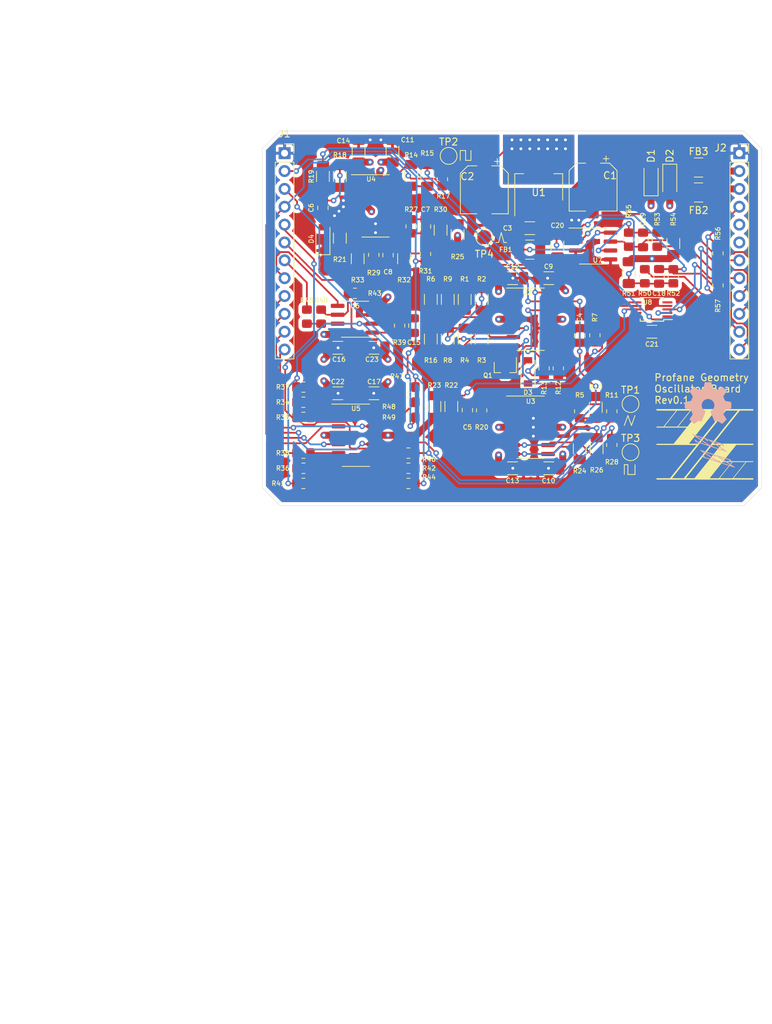
<source format=kicad_pcb>
(kicad_pcb (version 20171130) (host pcbnew "(5.1.9)-1")
  (layers (0 F.Cu signal) (1 In1.Cu signal) (2 In2.Cu signal) (31 B.Cu signal) (34 B.Paste user) (35 F.Paste user) (36 B.SilkS user) (37 F.SilkS user) (38 B.Mask user) (39 F.Mask user) (44 Edge.Cuts user))
  (net 0 "")
  (net 1 -12V)
  (net 2 GND)
  (net 3 +12V)
  (net 4 "Net-(C7-Pad2)")
  (net 5 "Net-(C7-Pad1)")
  (net 6 +3V3)
  (net 7 "Net-(D1-Pad2)")
  (net 8 +3.3VA)
  (net 9 /+12v-rack)
  (net 10 /-12v-rack)
  (net 11 /duty-cv)
  (net 12 /dac-fine-cv)
  (net 13 /dac-coarse-cv)
  (net 14 "Net-(Q1-Pad2)")
  (net 15 "Net-(R1-Pad1)")
  (net 16 "Net-(R3-Pad1)")
  (net 17 "Net-(R12-Pad1)")
  (net 18 "Net-(R34-Pad2)")
  (net 19 "Net-(C4-Pad2)")
  (net 20 "/Geometry Core/tri-pre")
  (net 21 "Net-(C5-Pad2)")
  (net 22 "Net-(C5-Pad1)")
  (net 23 "Net-(C6-Pad2)")
  (net 24 "Net-(C6-Pad1)")
  (net 25 "Net-(C8-Pad2)")
  (net 26 "Net-(C8-Pad1)")
  (net 27 "Net-(D2-Pad1)")
  (net 28 "Net-(D3-Pad2)")
  (net 29 "/Geometry Core/square-pre")
  (net 30 /tri-out)
  (net 31 /square-out)
  (net 32 /pulse-out)
  (net 33 /notch-out)
  (net 34 "Net-(R14-Pad2)")
  (net 35 "Net-(R11-Pad2)")
  (net 36 "Net-(R24-Pad2)")
  (net 37 "Net-(C15-Pad2)")
  (net 38 /mix-pre)
  (net 39 "Net-(C18-Pad2)")
  (net 40 /pulse-scaled)
  (net 41 "Net-(C19-Pad2)")
  (net 42 /v_oct-scaled)
  (net 43 /SERCOM4[0])
  (net 44 /SERCOM4[1])
  (net 45 /v_oct-cv)
  (net 46 /pulse-cv)
  (net 47 /notch-att-in)
  (net 48 /pulse-att-in)
  (net 49 /square-att-in)
  (net 50 /tri-att-in)
  (net 51 /mix-att-in)
  (net 52 /mix-out)
  (net 53 "Net-(R2-Pad1)")
  (net 54 "Net-(R3-Pad2)")
  (net 55 "Net-(R10-Pad1)")
  (net 56 "Net-(R6-Pad1)")
  (net 57 "Net-(R14-Pad1)")
  (net 58 "Net-(R18-Pad2)")
  (net 59 "Net-(R24-Pad1)")
  (net 60 "Net-(R26-Pad2)")
  (net 61 "Net-(R29-Pad2)")
  (net 62 "Net-(R34-Pad1)")
  (net 63 "Net-(R36-Pad2)")
  (net 64 "Net-(R36-Pad1)")
  (net 65 "Net-(R40-Pad2)")
  (net 66 "Net-(R40-Pad1)")
  (net 67 "Net-(R42-Pad2)")
  (net 68 "Net-(R42-Pad1)")
  (net 69 "Net-(R47-Pad2)")
  (net 70 "Net-(R48-Pad2)")
  (net 71 "Net-(U8-Pad9)")
  (net 72 "Net-(U8-Pad5)")
  (net 73 "Net-(J2-Pad6)")
  (net 74 "Net-(J2-Pad5)")
  (module profane_geometry:OSHW-Symbol_6.7x6mm_SilkScreen (layer B.Cu) (at 180.34 84.455 180)
    (fp_text reference REF** hide)
    (fp_text value OSHW-Symbol_6.7x6mm_SilkScreen hide)
  )
  (module profane_geometry:zzzzzzzz_back_soldermask (layer F.Cu) (at 181.61 92.075)
    (fp_text reference Ref** hide)
    (fp_text value Val** hide)
  )
  (module profane_geometry:zzzzzzzz_new_front_soldermask (layer F.Cu) (at 179.705 89.535)
    (fp_text reference Ref** hide)
    (fp_text value Val** hide)
  )
  (module Resistor_SMD:R_0805_2012Metric_Pad1.20x1.40mm_HandSolder (layer F.Cu) (at 162.052 85.614 270)
    (fp_text reference R5 (at -2.302 0 180) (layer F.SilkS) (effects (font (size 0.66 0.66) (thickness 0.12))))
    (fp_text value 5.9k)
    (pad 2 smd roundrect (at 1 0 270) (size 1.2 1.4) (layers F.Cu F.Paste F.Mask) (roundrect_rratio 0.2083325) (net 55 "Net-(R10-Pad1)"))
    (pad 1 smd roundrect (at -1 0 270) (size 1.2 1.4) (layers F.Cu F.Paste F.Mask) (roundrect_rratio 0.2083325) (net 35 "Net-(R11-Pad2)"))
  )
  (module Resistor_SMD:R_1206_3216Metric_Pad1.30x1.75mm_HandSolder (layer F.Cu) (at 164.338 85.064 90)
    (fp_text reference R10 (at 2.895 0 180) (layer F.SilkS) (effects (font (size 0.66 0.66) (thickness 0.12))))
    (fp_text value 10k)
    (pad 2 smd roundrect (at 1.55 0 90) (size 1.3 1.75) (layers F.Cu F.Paste F.Mask) (roundrect_rratio 0.1923076923076923) (net 20 "/Geometry Core/tri-pre"))
    (pad 1 smd roundrect (at -1.55 0 90) (size 1.3 1.75) (layers F.Cu F.Paste F.Mask) (roundrect_rratio 0.1923076923076923) (net 55 "Net-(R10-Pad1)"))
  )
  (module Resistor_SMD:R_0805_2012Metric_Pad1.20x1.40mm_HandSolder (layer F.Cu) (at 166.624 85.6074 90)
    (fp_text reference R11 (at 2.2954 0 180) (layer F.SilkS) (effects (font (size 0.66 0.66) (thickness 0.12))))
    (fp_text value 1k)
    (pad 2 smd roundrect (at 1 0 90) (size 1.2 1.4) (layers F.Cu F.Paste F.Mask) (roundrect_rratio 0.2083325) (net 35 "Net-(R11-Pad2)"))
    (pad 1 smd roundrect (at -1 0 90) (size 1.2 1.4) (layers F.Cu F.Paste F.Mask) (roundrect_rratio 0.2083325) (net 30 /tri-out))
  )
  (module Package_SO:MSOP-10_3x3mm_P0.5mm (layer F.Cu) (at 172.339 71.12 180)
    (fp_text reference U8 (at 0.635 1.016) (layer F.SilkS) (effects (font (size 0.66 0.66) (thickness 0.12))))
    (fp_text value MCP4728)
    (pad 10 smd rect (at 2.2 -1 180) (size 1.4 0.3) (layers F.Cu F.Paste F.Mask) (net 2 GND))
    (pad 9 smd rect (at 2.2 -0.5 180) (size 1.4 0.3) (layers F.Cu F.Paste F.Mask) (net 71 "Net-(U8-Pad9)"))
    (pad 8 smd rect (at 2.2 0 180) (size 1.4 0.3) (layers F.Cu F.Paste F.Mask) (net 11 /duty-cv))
    (pad 7 smd rect (at 2.2 0.5 180) (size 1.4 0.3) (layers F.Cu F.Paste F.Mask) (net 12 /dac-fine-cv))
    (pad 6 smd rect (at 2.2 1 180) (size 1.4 0.3) (layers F.Cu F.Paste F.Mask) (net 13 /dac-coarse-cv))
    (pad 5 smd rect (at -2.2 1 180) (size 1.4 0.3) (layers F.Cu F.Paste F.Mask) (net 72 "Net-(U8-Pad5)"))
    (pad 4 smd rect (at -2.2 0.5 180) (size 1.4 0.3) (layers F.Cu F.Paste F.Mask) (net 2 GND))
    (pad 3 smd rect (at -2.2 0 180) (size 1.4 0.3) (layers F.Cu F.Paste F.Mask) (net 43 /SERCOM4[0]))
    (pad 2 smd rect (at -2.2 -0.5 180) (size 1.4 0.3) (layers F.Cu F.Paste F.Mask) (net 44 /SERCOM4[1]))
    (pad 1 smd rect (at -2.2 -1 180) (size 1.4 0.3) (layers F.Cu F.Paste F.Mask) (net 8 +3.3VA))
  )
  (module Package_SO:SOIC-8_3.9x4.9mm_P1.27mm (layer F.Cu) (at 163.957 62.103)
    (fp_text reference U7 (at 0.635 2.032) (layer F.SilkS) (effects (font (size 0.66 0.66) (thickness 0.12))))
    (fp_text value MCP6002-xSN)
    (pad 8 smd roundrect (at 2.475 -1.905) (size 1.95 0.6) (layers F.Cu F.Paste F.Mask) (net 8 +3.3VA))
    (pad 7 smd roundrect (at 2.475 -0.635) (size 1.95 0.6) (layers F.Cu F.Paste F.Mask) (net 42 /v_oct-scaled))
    (pad 6 smd roundrect (at 2.475 0.635) (size 1.95 0.6) (layers F.Cu F.Paste F.Mask) (net 41 "Net-(C19-Pad2)"))
    (pad 5 smd roundrect (at 2.475 1.905) (size 1.95 0.6) (layers F.Cu F.Paste F.Mask) (net 2 GND))
    (pad 4 smd roundrect (at -2.475 1.905) (size 1.95 0.6) (layers F.Cu F.Paste F.Mask) (net 2 GND))
    (pad 3 smd roundrect (at -2.475 0.635) (size 1.95 0.6) (layers F.Cu F.Paste F.Mask) (net 2 GND))
    (pad 2 smd roundrect (at -2.475 -0.635) (size 1.95 0.6) (layers F.Cu F.Paste F.Mask) (net 39 "Net-(C18-Pad2)"))
    (pad 1 smd roundrect (at -2.475 -1.905) (size 1.95 0.6) (layers F.Cu F.Paste F.Mask) (net 40 /pulse-scaled))
  )
  (module Package_SO:SOIC-8_3.9x4.9mm_P1.27mm (layer F.Cu) (at 130.048 72.517 180)
    (fp_text reference U6 (at 0 1.905) (layer F.SilkS) (effects (font (size 0.66 0.66) (thickness 0.12))))
    (fp_text value TL072)
    (pad 8 smd roundrect (at 2.475 -1.905 180) (size 1.95 0.6) (layers F.Cu F.Paste F.Mask) (net 3 +12V))
    (pad 7 smd roundrect (at 2.475 -0.635 180) (size 1.95 0.6) (layers F.Cu F.Paste F.Mask) (net 66 "Net-(R40-Pad1)"))
    (pad 6 smd roundrect (at 2.475 0.635 180) (size 1.95 0.6) (layers F.Cu F.Paste F.Mask) (net 65 "Net-(R40-Pad2)"))
    (pad 5 smd roundrect (at 2.475 1.905 180) (size 1.95 0.6) (layers F.Cu F.Paste F.Mask) (net 51 /mix-att-in))
    (pad 4 smd roundrect (at -2.475 1.905 180) (size 1.95 0.6) (layers F.Cu F.Paste F.Mask) (net 1 -12V))
    (pad 3 smd roundrect (at -2.475 0.635 180) (size 1.95 0.6) (layers F.Cu F.Paste F.Mask) (net 2 GND))
    (pad 2 smd roundrect (at -2.475 -0.635 180) (size 1.95 0.6) (layers F.Cu F.Paste F.Mask) (net 37 "Net-(C15-Pad2)"))
    (pad 1 smd roundrect (at -2.475 -1.905 180) (size 1.95 0.6) (layers F.Cu F.Paste F.Mask) (net 38 /mix-pre))
  )
  (module Package_SO:SOIC-14_3.9x8.7mm_P1.27mm (layer F.Cu) (at 130.175 89.027)
    (fp_text reference U5 (at 0 -3.81) (layer F.SilkS) (effects (font (size 0.66 0.66) (thickness 0.12))))
    (fp_text value TL074)
    (pad 14 smd roundrect (at 2.475 -3.81) (size 1.95 0.6) (layers F.Cu F.Paste F.Mask) (net 69 "Net-(R47-Pad2)"))
    (pad 13 smd roundrect (at 2.475 -2.54) (size 1.95 0.6) (layers F.Cu F.Paste F.Mask) (net 70 "Net-(R48-Pad2)"))
    (pad 12 smd roundrect (at 2.475 -1.27) (size 1.95 0.6) (layers F.Cu F.Paste F.Mask) (net 47 /notch-att-in))
    (pad 11 smd roundrect (at 2.475 0) (size 1.95 0.6) (layers F.Cu F.Paste F.Mask) (net 1 -12V))
    (pad 10 smd roundrect (at 2.475 1.27) (size 1.95 0.6) (layers F.Cu F.Paste F.Mask) (net 48 /pulse-att-in))
    (pad 9 smd roundrect (at 2.475 2.54) (size 1.95 0.6) (layers F.Cu F.Paste F.Mask) (net 67 "Net-(R42-Pad2)"))
    (pad 8 smd roundrect (at 2.475 3.81) (size 1.95 0.6) (layers F.Cu F.Paste F.Mask) (net 68 "Net-(R42-Pad1)"))
    (pad 7 smd roundrect (at -2.475 3.81) (size 1.95 0.6) (layers F.Cu F.Paste F.Mask) (net 64 "Net-(R36-Pad1)"))
    (pad 6 smd roundrect (at -2.475 2.54) (size 1.95 0.6) (layers F.Cu F.Paste F.Mask) (net 63 "Net-(R36-Pad2)"))
    (pad 5 smd roundrect (at -2.475 1.27) (size 1.95 0.6) (layers F.Cu F.Paste F.Mask) (net 49 /square-att-in))
    (pad 4 smd roundrect (at -2.475 0) (size 1.95 0.6) (layers F.Cu F.Paste F.Mask) (net 3 +12V))
    (pad 3 smd roundrect (at -2.475 -1.27) (size 1.95 0.6) (layers F.Cu F.Paste F.Mask) (net 50 /tri-att-in))
    (pad 2 smd roundrect (at -2.475 -2.54) (size 1.95 0.6) (layers F.Cu F.Paste F.Mask) (net 18 "Net-(R34-Pad2)"))
    (pad 1 smd roundrect (at -2.475 -3.81) (size 1.95 0.6) (layers F.Cu F.Paste F.Mask) (net 62 "Net-(R34-Pad1)"))
  )
  (module Package_SO:SOIC-14_3.9x8.7mm_P1.27mm (layer F.Cu) (at 132.969 56.388)
    (fp_text reference U4 (at -0.635 -3.81) (layer F.SilkS) (effects (font (size 0.66 0.66) (thickness 0.12))))
    (fp_text value TL074)
    (pad 14 smd roundrect (at 2.475 -3.81) (size 1.95 0.6) (layers F.Cu F.Paste F.Mask) (net 57 "Net-(R14-Pad1)"))
    (pad 13 smd roundrect (at 2.475 -2.54) (size 1.95 0.6) (layers F.Cu F.Paste F.Mask) (net 34 "Net-(R14-Pad2)"))
    (pad 12 smd roundrect (at 2.475 -1.27) (size 1.95 0.6) (layers F.Cu F.Paste F.Mask) (net 2 GND))
    (pad 11 smd roundrect (at 2.475 0) (size 1.95 0.6) (layers F.Cu F.Paste F.Mask) (net 1 -12V))
    (pad 10 smd roundrect (at 2.475 1.27) (size 1.95 0.6) (layers F.Cu F.Paste F.Mask) (net 2 GND))
    (pad 9 smd roundrect (at 2.475 2.54) (size 1.95 0.6) (layers F.Cu F.Paste F.Mask) (net 4 "Net-(C7-Pad2)"))
    (pad 8 smd roundrect (at 2.475 3.81) (size 1.95 0.6) (layers F.Cu F.Paste F.Mask) (net 5 "Net-(C7-Pad1)"))
    (pad 7 smd roundrect (at -2.475 3.81) (size 1.95 0.6) (layers F.Cu F.Paste F.Mask) (net 25 "Net-(C8-Pad2)"))
    (pad 6 smd roundrect (at -2.475 2.54) (size 1.95 0.6) (layers F.Cu F.Paste F.Mask) (net 61 "Net-(R29-Pad2)"))
    (pad 5 smd roundrect (at -2.475 1.27) (size 1.95 0.6) (layers F.Cu F.Paste F.Mask) (net 24 "Net-(C6-Pad1)"))
    (pad 4 smd roundrect (at -2.475 0) (size 1.95 0.6) (layers F.Cu F.Paste F.Mask) (net 3 +12V))
    (pad 3 smd roundrect (at -2.475 -1.27) (size 1.95 0.6) (layers F.Cu F.Paste F.Mask) (net 2 GND))
    (pad 2 smd roundrect (at -2.475 -2.54) (size 1.95 0.6) (layers F.Cu F.Paste F.Mask) (net 58 "Net-(R18-Pad2)"))
    (pad 1 smd roundrect (at -2.475 -3.81) (size 1.95 0.6) (layers F.Cu F.Paste F.Mask) (net 23 "Net-(C6-Pad2)"))
  )
  (module Package_SO:SOIC-14_3.9x8.7mm_P1.27mm (layer F.Cu) (at 155.067 87.884)
    (fp_text reference U3 (at 0 -3.683) (layer F.SilkS) (effects (font (size 0.66 0.66) (thickness 0.12))))
    (fp_text value TL074)
    (pad 14 smd roundrect (at 2.475 -3.81) (size 1.95 0.6) (layers F.Cu F.Paste F.Mask) (net 35 "Net-(R11-Pad2)"))
    (pad 13 smd roundrect (at 2.475 -2.54) (size 1.95 0.6) (layers F.Cu F.Paste F.Mask) (net 55 "Net-(R10-Pad1)"))
    (pad 12 smd roundrect (at 2.475 -1.27) (size 1.95 0.6) (layers F.Cu F.Paste F.Mask) (net 2 GND))
    (pad 11 smd roundrect (at 2.475 0) (size 1.95 0.6) (layers F.Cu F.Paste F.Mask) (net 1 -12V))
    (pad 10 smd roundrect (at 2.475 1.27) (size 1.95 0.6) (layers F.Cu F.Paste F.Mask) (net 2 GND))
    (pad 9 smd roundrect (at 2.475 2.54) (size 1.95 0.6) (layers F.Cu F.Paste F.Mask) (net 36 "Net-(R24-Pad2)"))
    (pad 8 smd roundrect (at 2.475 3.81) (size 1.95 0.6) (layers F.Cu F.Paste F.Mask) (net 59 "Net-(R24-Pad1)"))
    (pad 7 smd roundrect (at -2.475 3.81) (size 1.95 0.6) (layers F.Cu F.Paste F.Mask) (net 60 "Net-(R26-Pad2)"))
    (pad 6 smd roundrect (at -2.475 2.54) (size 1.95 0.6) (layers F.Cu F.Paste F.Mask) (net 20 "/Geometry Core/tri-pre"))
    (pad 5 smd roundrect (at -2.475 1.27) (size 1.95 0.6) (layers F.Cu F.Paste F.Mask) (net 22 "Net-(C5-Pad1)"))
    (pad 4 smd roundrect (at -2.475 0) (size 1.95 0.6) (layers F.Cu F.Paste F.Mask) (net 3 +12V))
    (pad 3 smd roundrect (at -2.475 -1.27) (size 1.95 0.6) (layers F.Cu F.Paste F.Mask) (net 2 GND))
    (pad 2 smd roundrect (at -2.475 -2.54) (size 1.95 0.6) (layers F.Cu F.Paste F.Mask) (net 21 "Net-(C5-Pad2)"))
    (pad 1 smd roundrect (at -2.475 -3.81) (size 1.95 0.6) (layers F.Cu F.Paste F.Mask) (net 22 "Net-(C5-Pad1)"))
  )
  (module Package_SO:SOIC-14_3.9x8.7mm_P1.27mm (layer F.Cu) (at 155.067 72.517)
    (fp_text reference U2 (at -0.508 -3.81) (layer F.SilkS) (effects (font (size 0.66 0.66) (thickness 0.12))))
    (fp_text value TL074)
    (pad 14 smd roundrect (at 2.475 -3.81) (size 1.95 0.6) (layers F.Cu F.Paste F.Mask) (net 29 "/Geometry Core/square-pre"))
    (pad 13 smd roundrect (at 2.475 -2.54) (size 1.95 0.6) (layers F.Cu F.Paste F.Mask) (net 20 "/Geometry Core/tri-pre"))
    (pad 12 smd roundrect (at 2.475 -1.27) (size 1.95 0.6) (layers F.Cu F.Paste F.Mask) (net 17 "Net-(R12-Pad1)"))
    (pad 11 smd roundrect (at 2.475 0) (size 1.95 0.6) (layers F.Cu F.Paste F.Mask) (net 1 -12V))
    (pad 10 smd roundrect (at 2.475 1.27) (size 1.95 0.6) (layers F.Cu F.Paste F.Mask) (net 2 GND))
    (pad 9 smd roundrect (at 2.475 2.54) (size 1.95 0.6) (layers F.Cu F.Paste F.Mask) (net 19 "Net-(C4-Pad2)"))
    (pad 8 smd roundrect (at 2.475 3.81) (size 1.95 0.6) (layers F.Cu F.Paste F.Mask) (net 20 "/Geometry Core/tri-pre"))
    (pad 7 smd roundrect (at -2.475 3.81) (size 1.95 0.6) (layers F.Cu F.Paste F.Mask) (net 16 "Net-(R3-Pad1)"))
    (pad 6 smd roundrect (at -2.475 2.54) (size 1.95 0.6) (layers F.Cu F.Paste F.Mask) (net 54 "Net-(R3-Pad2)"))
    (pad 5 smd roundrect (at -2.475 1.27) (size 1.95 0.6) (layers F.Cu F.Paste F.Mask) (net 14 "Net-(Q1-Pad2)"))
    (pad 4 smd roundrect (at -2.475 0) (size 1.95 0.6) (layers F.Cu F.Paste F.Mask) (net 3 +12V))
    (pad 3 smd roundrect (at -2.475 -1.27) (size 1.95 0.6) (layers F.Cu F.Paste F.Mask) (net 56 "Net-(R6-Pad1)"))
    (pad 2 smd roundrect (at -2.475 -2.54) (size 1.95 0.6) (layers F.Cu F.Paste F.Mask) (net 15 "Net-(R1-Pad1)"))
    (pad 1 smd roundrect (at -2.475 -3.81) (size 1.95 0.6) (layers F.Cu F.Paste F.Mask) (net 53 "Net-(R2-Pad1)"))
  )
  (module Package_TO_SOT_SMD:SOT-223-3_TabPin2 (layer F.Cu) (at 156.21 53.721 90)
    (fp_text reference U1 (at -0.762 0 180) (layer F.SilkS))
    (fp_text value LM1117-3.3)
    (pad 1 smd rect (at -3.15 -2.3 90) (size 2 1.5) (layers F.Cu F.Paste F.Mask) (net 2 GND))
    (pad 3 smd rect (at -3.15 2.3 90) (size 2 1.5) (layers F.Cu F.Paste F.Mask) (net 3 +12V))
    (pad 2 smd rect (at -3.15 0 90) (size 2 1.5) (layers F.Cu F.Paste F.Mask) (net 6 +3V3))
    (pad 2 smd rect (at 3.15 0 90) (size 2 3.8) (layers F.Cu F.Paste F.Mask) (net 6 +3V3))
  )
  (module TestPoint:TestPoint_Pad_D2.0mm (layer F.Cu) (at 148.463 60.833)
    (fp_text reference TP4 (at 0 2.413) (layer F.SilkS))
    (fp_text value Notch)
    (pad 1 smd circle (at 0 0) (size 2 2) (layers F.Cu F.Mask) (net 33 /notch-out))
  )
  (module TestPoint:TestPoint_Pad_D2.0mm (layer F.Cu) (at 169.291 91.44)
    (fp_text reference TP3 (at 0 -1.998) (layer F.SilkS))
    (fp_text value Pulse)
    (pad 1 smd circle (at 0 0) (size 2 2) (layers F.Cu F.Mask) (net 32 /pulse-out))
  )
  (module TestPoint:TestPoint_Pad_D2.0mm (layer F.Cu) (at 143.383 49.276)
    (fp_text reference TP2 (at 0 -1.998) (layer F.SilkS))
    (fp_text value Square)
    (pad 1 smd circle (at 0 0) (size 2 2) (layers F.Cu F.Mask) (net 31 /square-out))
  )
  (module TestPoint:TestPoint_Pad_D2.0mm (layer F.Cu) (at 169.291 84.582)
    (fp_text reference TP1 (at 0 -1.998) (layer F.SilkS))
    (fp_text value Tri)
    (pad 1 smd circle (at 0 0) (size 2 2) (layers F.Cu F.Mask) (net 30 /tri-out))
  )
  (module Resistor_SMD:R_0805_2012Metric_Pad1.20x1.40mm_HandSolder (layer F.Cu) (at 181.737 67.691 90)
    (fp_text reference R57 (at -2.921 0 90) (layer F.SilkS) (effects (font (size 0.66 0.66) (thickness 0.12))))
    (fp_text value 4.7k)
    (pad 2 smd roundrect (at 1 0 90) (size 1.2 1.4) (layers F.Cu F.Paste F.Mask) (roundrect_rratio 0.2083325) (net 44 /SERCOM4[1]))
    (pad 1 smd roundrect (at -1 0 90) (size 1.2 1.4) (layers F.Cu F.Paste F.Mask) (roundrect_rratio 0.2083325) (net 6 +3V3))
  )
  (module Resistor_SMD:R_0805_2012Metric_Pad1.20x1.40mm_HandSolder (layer F.Cu) (at 181.737 63.135 270)
    (fp_text reference R56 (at -2.81 0 90) (layer F.SilkS) (effects (font (size 0.66 0.66) (thickness 0.12))))
    (fp_text value 4.7k)
    (pad 2 smd roundrect (at 1 0 270) (size 1.2 1.4) (layers F.Cu F.Paste F.Mask) (roundrect_rratio 0.2083325) (net 43 /SERCOM4[0]))
    (pad 1 smd roundrect (at -1 0 270) (size 1.2 1.4) (layers F.Cu F.Paste F.Mask) (roundrect_rratio 0.2083325) (net 6 +3V3))
  )
  (module Resistor_SMD:R_0805_2012Metric_Pad1.20x1.40mm_HandSolder (layer F.Cu) (at 169.037 61.198 270)
    (fp_text reference R55 (at -4.048 0 90) (layer F.SilkS) (effects (font (size 0.66 0.66) (thickness 0.12))))
    (fp_text value 56k)
    (pad 2 smd roundrect (at 1 0 270) (size 1.2 1.4) (layers F.Cu F.Paste F.Mask) (roundrect_rratio 0.2083325) (net 42 /v_oct-scaled))
    (pad 1 smd roundrect (at -1 0 270) (size 1.2 1.4) (layers F.Cu F.Paste F.Mask) (roundrect_rratio 0.2083325) (net 41 "Net-(C19-Pad2)"))
  )
  (module Resistor_SMD:R_1206_3216Metric_Pad1.30x1.75mm_HandSolder (layer F.Cu) (at 175.387 61.748 90)
    (fp_text reference R54 (at 3.455 0 90) (layer F.SilkS) (effects (font (size 0.66 0.66) (thickness 0.12))))
    (fp_text value 240k)
    (pad 2 smd roundrect (at 1.55 0 90) (size 1.3 1.75) (layers F.Cu F.Paste F.Mask) (roundrect_rratio 0.1923076923076923) (net 41 "Net-(C19-Pad2)"))
    (pad 1 smd roundrect (at -1.55 0 90) (size 1.3 1.75) (layers F.Cu F.Paste F.Mask) (roundrect_rratio 0.1923076923076923) (net 1 -12V))
  )
  (module Resistor_SMD:R_0805_2012Metric_Pad1.20x1.40mm_HandSolder (layer F.Cu) (at 173.101 61.198 270)
    (fp_text reference R53 (at -2.905 0 90) (layer F.SilkS) (effects (font (size 0.66 0.66) (thickness 0.12))))
    (fp_text value 100k)
    (pad 2 smd roundrect (at 1 0 270) (size 1.2 1.4) (layers F.Cu F.Paste F.Mask) (roundrect_rratio 0.2083325) (net 45 /v_oct-cv))
    (pad 1 smd roundrect (at -1 0 270) (size 1.2 1.4) (layers F.Cu F.Paste F.Mask) (roundrect_rratio 0.2083325) (net 41 "Net-(C19-Pad2)"))
  )
  (module Resistor_SMD:R_0805_2012Metric_Pad1.20x1.40mm_HandSolder (layer F.Cu) (at 175.387 66.405 90)
    (fp_text reference R52 (at -2.429 0 180) (layer F.SilkS) (effects (font (size 0.66 0.66) (thickness 0.12))))
    (fp_text value 64.9k)
    (pad 2 smd roundrect (at 1 0 90) (size 1.2 1.4) (layers F.Cu F.Paste F.Mask) (roundrect_rratio 0.2083325) (net 40 /pulse-scaled))
    (pad 1 smd roundrect (at -1 0 90) (size 1.2 1.4) (layers F.Cu F.Paste F.Mask) (roundrect_rratio 0.2083325) (net 39 "Net-(C18-Pad2)"))
  )
  (module Resistor_SMD:R_1206_3216Metric_Pad1.30x1.75mm_HandSolder (layer F.Cu) (at 169.037 65.887 270)
    (fp_text reference R51 (at 2.947 0 180) (layer F.SilkS) (effects (font (size 0.66 0.66) (thickness 0.12))))
    (fp_text value 240k)
    (pad 2 smd roundrect (at 1.55 0 270) (size 1.3 1.75) (layers F.Cu F.Paste F.Mask) (roundrect_rratio 0.1923076923076923) (net 39 "Net-(C18-Pad2)"))
    (pad 1 smd roundrect (at -1.55 0 270) (size 1.3 1.75) (layers F.Cu F.Paste F.Mask) (roundrect_rratio 0.1923076923076923) (net 1 -12V))
  )
  (module Resistor_SMD:R_0805_2012Metric_Pad1.20x1.40mm_HandSolder (layer F.Cu) (at 171.323 66.405 90)
    (fp_text reference R50 (at -2.429 0 180) (layer F.SilkS) (effects (font (size 0.66 0.66) (thickness 0.12))))
    (fp_text value 100k)
    (pad 2 smd roundrect (at 1 0 90) (size 1.2 1.4) (layers F.Cu F.Paste F.Mask) (roundrect_rratio 0.2083325) (net 46 /pulse-cv))
    (pad 1 smd roundrect (at -1 0 90) (size 1.2 1.4) (layers F.Cu F.Paste F.Mask) (roundrect_rratio 0.2083325) (net 39 "Net-(C18-Pad2)"))
  )
  (module Resistor_SMD:R_0805_2012Metric_Pad1.20x1.40mm_HandSolder (layer F.Cu) (at 137.652 86.487)
    (fp_text reference R49 (at -2.778 0) (layer F.SilkS) (effects (font (size 0.66 0.66) (thickness 0.12))))
    (fp_text value 20k)
    (pad 2 smd roundrect (at 1 0) (size 1.2 1.4) (layers F.Cu F.Paste F.Mask) (roundrect_rratio 0.2083325) (net 33 /notch-out))
    (pad 1 smd roundrect (at -1 0) (size 1.2 1.4) (layers F.Cu F.Paste F.Mask) (roundrect_rratio 0.2083325) (net 70 "Net-(R48-Pad2)"))
  )
  (module Resistor_SMD:R_0805_2012Metric_Pad1.20x1.40mm_HandSolder (layer F.Cu) (at 137.652 84.328)
    (fp_text reference R48 (at -2.778 0.635) (layer F.SilkS) (effects (font (size 0.66 0.66) (thickness 0.12))))
    (fp_text value 20k)
    (pad 2 smd roundrect (at 1 0) (size 1.2 1.4) (layers F.Cu F.Paste F.Mask) (roundrect_rratio 0.2083325) (net 70 "Net-(R48-Pad2)"))
    (pad 1 smd roundrect (at -1 0) (size 1.2 1.4) (layers F.Cu F.Paste F.Mask) (roundrect_rratio 0.2083325) (net 69 "Net-(R47-Pad2)"))
  )
  (module Resistor_SMD:R_0805_2012Metric_Pad1.20x1.40mm_HandSolder (layer F.Cu) (at 137.652 82.169 180)
    (fp_text reference R47 (at 1.635 1.524) (layer F.SilkS) (effects (font (size 0.66 0.66) (thickness 0.12))))
    (fp_text value 100k)
    (pad 2 smd roundrect (at 1 0 180) (size 1.2 1.4) (layers F.Cu F.Paste F.Mask) (roundrect_rratio 0.2083325) (net 69 "Net-(R47-Pad2)"))
    (pad 1 smd roundrect (at -1 0 180) (size 1.2 1.4) (layers F.Cu F.Paste F.Mask) (roundrect_rratio 0.2083325) (net 37 "Net-(C15-Pad2)"))
  )
  (module Resistor_SMD:R_0805_2012Metric_Pad1.20x1.40mm_HandSolder (layer F.Cu) (at 137.652 91.567)
    (fp_text reference R46 (at 2.937 0.889) (layer F.SilkS) (effects (font (size 0.66 0.66) (thickness 0.12))))
    (fp_text value 20k)
    (pad 2 smd roundrect (at 1 0) (size 1.2 1.4) (layers F.Cu F.Paste F.Mask) (roundrect_rratio 0.2083325) (net 32 /pulse-out))
    (pad 1 smd roundrect (at -1 0) (size 1.2 1.4) (layers F.Cu F.Paste F.Mask) (roundrect_rratio 0.2083325) (net 67 "Net-(R42-Pad2)"))
  )
  (module Resistor_SMD:R_0805_2012Metric_Pad1.20x1.40mm_HandSolder (layer F.Cu) (at 123.19 72.152 270)
    (fp_text reference R45 (at -2.302 0 180) (layer F.SilkS) (effects (font (size 0.66 0.66) (thickness 0.12))))
    (fp_text value 1k)
    (pad 2 smd roundrect (at 1 0 270) (size 1.2 1.4) (layers F.Cu F.Paste F.Mask) (roundrect_rratio 0.2083325) (net 66 "Net-(R40-Pad1)"))
    (pad 1 smd roundrect (at -1 0 270) (size 1.2 1.4) (layers F.Cu F.Paste F.Mask) (roundrect_rratio 0.2083325) (net 52 /mix-out))
  )
  (module Resistor_SMD:R_0805_2012Metric_Pad1.20x1.40mm_HandSolder (layer F.Cu) (at 137.652 95.885 180)
    (fp_text reference R44 (at -2.937 0.889) (layer F.SilkS) (effects (font (size 0.66 0.66) (thickness 0.12))))
    (fp_text value 100k)
    (pad 2 smd roundrect (at 1 0 180) (size 1.2 1.4) (layers F.Cu F.Paste F.Mask) (roundrect_rratio 0.2083325) (net 68 "Net-(R42-Pad1)"))
    (pad 1 smd roundrect (at -1 0 180) (size 1.2 1.4) (layers F.Cu F.Paste F.Mask) (roundrect_rratio 0.2083325) (net 37 "Net-(C15-Pad2)"))
  )
  (module Resistor_SMD:R_0805_2012Metric_Pad1.20x1.40mm_HandSolder (layer F.Cu) (at 130.032 68.834)
    (fp_text reference R43 (at 2.81 0) (layer F.SilkS) (effects (font (size 0.66 0.66) (thickness 0.12))))
    (fp_text value 20k)
    (pad 2 smd roundrect (at 1 0) (size 1.2 1.4) (layers F.Cu F.Paste F.Mask) (roundrect_rratio 0.2083325) (net 38 /mix-pre))
    (pad 1 smd roundrect (at -1 0) (size 1.2 1.4) (layers F.Cu F.Paste F.Mask) (roundrect_rratio 0.2083325) (net 65 "Net-(R40-Pad2)"))
  )
  (module Resistor_SMD:R_0805_2012Metric_Pad1.20x1.40mm_HandSolder (layer F.Cu) (at 137.652 93.726)
    (fp_text reference R42 (at 2.937 0) (layer F.SilkS) (effects (font (size 0.66 0.66) (thickness 0.12))))
    (fp_text value 20k)
    (pad 2 smd roundrect (at 1 0) (size 1.2 1.4) (layers F.Cu F.Paste F.Mask) (roundrect_rratio 0.2083325) (net 67 "Net-(R42-Pad2)"))
    (pad 1 smd roundrect (at -1 0) (size 1.2 1.4) (layers F.Cu F.Paste F.Mask) (roundrect_rratio 0.2083325) (net 68 "Net-(R42-Pad1)"))
  )
  (module Resistor_SMD:R_0805_2012Metric_Pad1.20x1.40mm_HandSolder (layer F.Cu) (at 122.698 95.885)
    (fp_text reference R41 (at -3.572 0) (layer F.SilkS) (effects (font (size 0.66 0.66) (thickness 0.12))))
    (fp_text value 100k)
    (pad 2 smd roundrect (at 1 0) (size 1.2 1.4) (layers F.Cu F.Paste F.Mask) (roundrect_rratio 0.2083325) (net 64 "Net-(R36-Pad1)"))
    (pad 1 smd roundrect (at -1 0) (size 1.2 1.4) (layers F.Cu F.Paste F.Mask) (roundrect_rratio 0.2083325) (net 37 "Net-(C15-Pad2)"))
  )
  (module Resistor_SMD:R_0805_2012Metric_Pad1.20x1.40mm_HandSolder (layer F.Cu) (at 125.222 72.152 90)
    (fp_text reference R40 (at 2.302 0 180) (layer F.SilkS) (effects (font (size 0.66 0.66) (thickness 0.12))))
    (fp_text value 20k)
    (pad 2 smd roundrect (at 1 0 90) (size 1.2 1.4) (layers F.Cu F.Paste F.Mask) (roundrect_rratio 0.2083325) (net 65 "Net-(R40-Pad2)"))
    (pad 1 smd roundrect (at -1 0 90) (size 1.2 1.4) (layers F.Cu F.Paste F.Mask) (roundrect_rratio 0.2083325) (net 66 "Net-(R40-Pad1)"))
  )
  (module Resistor_SMD:R_0805_2012Metric_Pad1.20x1.40mm_HandSolder (layer F.Cu) (at 136.398 73.422 90)
    (fp_text reference R39 (at -2.397 0 180) (layer F.SilkS) (effects (font (size 0.66 0.66) (thickness 0.12))))
    (fp_text value 100k)
    (pad 2 smd roundrect (at 1 0 90) (size 1.2 1.4) (layers F.Cu F.Paste F.Mask) (roundrect_rratio 0.2083325) (net 37 "Net-(C15-Pad2)"))
    (pad 1 smd roundrect (at -1 0 90) (size 1.2 1.4) (layers F.Cu F.Paste F.Mask) (roundrect_rratio 0.2083325) (net 38 /mix-pre))
  )
  (module Resistor_SMD:R_0805_2012Metric_Pad1.20x1.40mm_HandSolder (layer F.Cu) (at 122.698 91.567 180)
    (fp_text reference R38 (at 2.937 0) (layer F.SilkS) (effects (font (size 0.66 0.66) (thickness 0.12))))
    (fp_text value 20k)
    (pad 2 smd roundrect (at 1 0 180) (size 1.2 1.4) (layers F.Cu F.Paste F.Mask) (roundrect_rratio 0.2083325) (net 31 /square-out))
    (pad 1 smd roundrect (at -1 0 180) (size 1.2 1.4) (layers F.Cu F.Paste F.Mask) (roundrect_rratio 0.2083325) (net 63 "Net-(R36-Pad2)"))
  )
  (module Resistor_SMD:R_0805_2012Metric_Pad1.20x1.40mm_HandSolder (layer F.Cu) (at 122.698 82.169)
    (fp_text reference R37 (at -2.937 0) (layer F.SilkS) (effects (font (size 0.66 0.66) (thickness 0.12))))
    (fp_text value 100k)
    (pad 2 smd roundrect (at 1 0) (size 1.2 1.4) (layers F.Cu F.Paste F.Mask) (roundrect_rratio 0.2083325) (net 62 "Net-(R34-Pad1)"))
    (pad 1 smd roundrect (at -1 0) (size 1.2 1.4) (layers F.Cu F.Paste F.Mask) (roundrect_rratio 0.2083325) (net 37 "Net-(C15-Pad2)"))
  )
  (module Resistor_SMD:R_0805_2012Metric_Pad1.20x1.40mm_HandSolder (layer F.Cu) (at 122.698 93.726 180)
    (fp_text reference R36 (at 2.937 0) (layer F.SilkS) (effects (font (size 0.66 0.66) (thickness 0.12))))
    (fp_text value 20k)
    (pad 2 smd roundrect (at 1 0 180) (size 1.2 1.4) (layers F.Cu F.Paste F.Mask) (roundrect_rratio 0.2083325) (net 63 "Net-(R36-Pad2)"))
    (pad 1 smd roundrect (at -1 0 180) (size 1.2 1.4) (layers F.Cu F.Paste F.Mask) (roundrect_rratio 0.2083325) (net 64 "Net-(R36-Pad1)"))
  )
  (module Resistor_SMD:R_0805_2012Metric_Pad1.20x1.40mm_HandSolder (layer F.Cu) (at 122.698 86.487 180)
    (fp_text reference R35 (at 2.937 0) (layer F.SilkS) (effects (font (size 0.66 0.66) (thickness 0.12))))
    (fp_text value 20k)
    (pad 2 smd roundrect (at 1 0 180) (size 1.2 1.4) (layers F.Cu F.Paste F.Mask) (roundrect_rratio 0.2083325) (net 30 /tri-out))
    (pad 1 smd roundrect (at -1 0 180) (size 1.2 1.4) (layers F.Cu F.Paste F.Mask) (roundrect_rratio 0.2083325) (net 18 "Net-(R34-Pad2)"))
  )
  (module Resistor_SMD:R_0805_2012Metric_Pad1.20x1.40mm_HandSolder (layer F.Cu) (at 122.698 84.328 180)
    (fp_text reference R34 (at 2.937 0) (layer F.SilkS) (effects (font (size 0.66 0.66) (thickness 0.12))))
    (fp_text value 20k)
    (pad 2 smd roundrect (at 1 0 180) (size 1.2 1.4) (layers F.Cu F.Paste F.Mask) (roundrect_rratio 0.2083325) (net 18 "Net-(R34-Pad2)"))
    (pad 1 smd roundrect (at -1 0 180) (size 1.2 1.4) (layers F.Cu F.Paste F.Mask) (roundrect_rratio 0.2083325) (net 62 "Net-(R34-Pad1)"))
  )
  (module Resistor_SMD:R_1206_3216Metric_Pad1.30x1.75mm_HandSolder (layer F.Cu) (at 130.429 63.907 270)
    (fp_text reference R33 (at 3.022 0 180) (layer F.SilkS) (effects (font (size 0.66 0.66) (thickness 0.12))))
    (fp_text value 10k)
    (pad 2 smd roundrect (at 1.55 0 270) (size 1.3 1.75) (layers F.Cu F.Paste F.Mask) (roundrect_rratio 0.1923076923076923) (net 2 GND))
    (pad 1 smd roundrect (at -1.55 0 270) (size 1.3 1.75) (layers F.Cu F.Paste F.Mask) (roundrect_rratio 0.1923076923076923) (net 61 "Net-(R29-Pad2)"))
  )
  (module Resistor_SMD:R_1206_3216Metric_Pad1.30x1.75mm_HandSolder (layer F.Cu) (at 137.033 63.907 270)
    (fp_text reference R32 (at 3.022 0 180) (layer F.SilkS) (effects (font (size 0.66 0.66) (thickness 0.12))))
    (fp_text value 47k)
    (pad 2 smd roundrect (at 1.55 0 270) (size 1.3 1.75) (layers F.Cu F.Paste F.Mask) (roundrect_rratio 0.1923076923076923) (net 2 GND))
    (pad 1 smd roundrect (at -1.55 0 270) (size 1.3 1.75) (layers F.Cu F.Paste F.Mask) (roundrect_rratio 0.1923076923076923) (net 26 "Net-(C8-Pad1)"))
  )
  (module Resistor_SMD:R_0805_2012Metric_Pad1.20x1.40mm_HandSolder (layer F.Cu) (at 140.081 63.23 90)
    (fp_text reference R31 (at -2.429 0 180) (layer F.SilkS) (effects (font (size 0.66 0.66) (thickness 0.12))))
    (fp_text value 1k)
    (pad 2 smd roundrect (at 1 0 90) (size 1.2 1.4) (layers F.Cu F.Paste F.Mask) (roundrect_rratio 0.2083325) (net 5 "Net-(C7-Pad1)"))
    (pad 1 smd roundrect (at -1 0 90) (size 1.2 1.4) (layers F.Cu F.Paste F.Mask) (roundrect_rratio 0.2083325) (net 33 /notch-out))
  )
  (module Resistor_SMD:R_1206_3216Metric_Pad1.30x1.75mm_HandSolder (layer F.Cu) (at 142.24 59.843 270)
    (fp_text reference R30 (at -2.947 0 180) (layer F.SilkS) (effects (font (size 0.66 0.66) (thickness 0.12))))
    (fp_text value 10k)
    (pad 2 smd roundrect (at 1.55 0 270) (size 1.3 1.75) (layers F.Cu F.Paste F.Mask) (roundrect_rratio 0.1923076923076923) (net 26 "Net-(C8-Pad1)"))
    (pad 1 smd roundrect (at -1.55 0 270) (size 1.3 1.75) (layers F.Cu F.Paste F.Mask) (roundrect_rratio 0.1923076923076923) (net 4 "Net-(C7-Pad2)"))
  )
  (module Resistor_SMD:R_0805_2012Metric_Pad1.20x1.40mm_HandSolder (layer F.Cu) (at 132.715 63.357 270)
    (fp_text reference R29 (at 2.556 0 180) (layer F.SilkS) (effects (font (size 0.66 0.66) (thickness 0.12))))
    (fp_text value 30.1k)
    (pad 2 smd roundrect (at 1 0 270) (size 1.2 1.4) (layers F.Cu F.Paste F.Mask) (roundrect_rratio 0.2083325) (net 61 "Net-(R29-Pad2)"))
    (pad 1 smd roundrect (at -1 0 270) (size 1.2 1.4) (layers F.Cu F.Paste F.Mask) (roundrect_rratio 0.2083325) (net 25 "Net-(C8-Pad2)"))
  )
  (module Resistor_SMD:R_0805_2012Metric_Pad1.20x1.40mm_HandSolder (layer F.Cu) (at 166.624 90.408 270)
    (fp_text reference R28 (at 2.429 0 180) (layer F.SilkS) (effects (font (size 0.66 0.66) (thickness 0.12))))
    (fp_text value 1k)
    (pad 2 smd roundrect (at 1 0 270) (size 1.2 1.4) (layers F.Cu F.Paste F.Mask) (roundrect_rratio 0.2083325) (net 59 "Net-(R24-Pad1)"))
    (pad 1 smd roundrect (at -1 0 270) (size 1.2 1.4) (layers F.Cu F.Paste F.Mask) (roundrect_rratio 0.2083325) (net 32 /pulse-out))
  )
  (module Resistor_SMD:R_0805_2012Metric_Pad1.20x1.40mm_HandSolder (layer F.Cu) (at 138.049 59.293 90)
    (fp_text reference R27 (at 2.397 0 180) (layer F.SilkS) (effects (font (size 0.66 0.66) (thickness 0.12))))
    (fp_text value 8.25k)
    (pad 2 smd roundrect (at 1 0 90) (size 1.2 1.4) (layers F.Cu F.Paste F.Mask) (roundrect_rratio 0.2083325) (net 4 "Net-(C7-Pad2)"))
    (pad 1 smd roundrect (at -1 0 90) (size 1.2 1.4) (layers F.Cu F.Paste F.Mask) (roundrect_rratio 0.2083325) (net 5 "Net-(C7-Pad1)"))
  )
  (module Resistor_SMD:R_1206_3216Metric_Pad1.30x1.75mm_HandSolder (layer F.Cu) (at 164.465 90.932 90)
    (fp_text reference R26 (at -3.048 0 180) (layer F.SilkS) (effects (font (size 0.66 0.66) (thickness 0.12))))
    (fp_text value 22k)
    (pad 2 smd roundrect (at 1.55 0 90) (size 1.3 1.75) (layers F.Cu F.Paste F.Mask) (roundrect_rratio 0.1923076923076923) (net 60 "Net-(R26-Pad2)"))
    (pad 1 smd roundrect (at -1.55 0 90) (size 1.3 1.75) (layers F.Cu F.Paste F.Mask) (roundrect_rratio 0.1923076923076923) (net 36 "Net-(R24-Pad2)"))
  )
  (module Resistor_SMD:R_1206_3216Metric_Pad1.30x1.75mm_HandSolder (layer F.Cu) (at 144.653 60.478 270)
    (fp_text reference R25 (at 3.149 0 180) (layer F.SilkS) (effects (font (size 0.66 0.66) (thickness 0.12))))
    (fp_text value 47k)
    (pad 2 smd roundrect (at 1.55 0 270) (size 1.3 1.75) (layers F.Cu F.Paste F.Mask) (roundrect_rratio 0.1923076923076923) (net 1 -12V))
    (pad 1 smd roundrect (at -1.55 0 270) (size 1.3 1.75) (layers F.Cu F.Paste F.Mask) (roundrect_rratio 0.1923076923076923) (net 4 "Net-(C7-Pad2)"))
  )
  (module Resistor_SMD:R_1206_3216Metric_Pad1.30x1.75mm_HandSolder (layer F.Cu) (at 162.052 90.958 90)
    (fp_text reference R24 (at -3.149 0 180) (layer F.SilkS) (effects (font (size 0.66 0.66) (thickness 0.12))))
    (fp_text value 10k)
    (pad 2 smd roundrect (at 1.55 0 90) (size 1.3 1.75) (layers F.Cu F.Paste F.Mask) (roundrect_rratio 0.1923076923076923) (net 36 "Net-(R24-Pad2)"))
    (pad 1 smd roundrect (at -1.55 0 90) (size 1.3 1.75) (layers F.Cu F.Paste F.Mask) (roundrect_rratio 0.1923076923076923) (net 59 "Net-(R24-Pad1)"))
  )
  (module Resistor_SMD:R_1206_3216Metric_Pad1.30x1.75mm_HandSolder (layer F.Cu) (at 141.351 84.937 270)
    (fp_text reference R23 (at -3.022 0 180) (layer F.SilkS) (effects (font (size 0.66 0.66) (thickness 0.12))))
    (fp_text value 240k)
    (pad 2 smd roundrect (at 1.55 0 270) (size 1.3 1.75) (layers F.Cu F.Paste F.Mask) (roundrect_rratio 0.1923076923076923) (net 1 -12V))
    (pad 1 smd roundrect (at -1.55 0 270) (size 1.3 1.75) (layers F.Cu F.Paste F.Mask) (roundrect_rratio 0.1923076923076923) (net 21 "Net-(C5-Pad2)"))
  )
  (module Resistor_SMD:R_1206_3216Metric_Pad1.30x1.75mm_HandSolder (layer F.Cu) (at 143.764 84.937 90)
    (fp_text reference R22 (at 3.022 0 180) (layer F.SilkS) (effects (font (size 0.66 0.66) (thickness 0.12))))
    (fp_text value 33k)
    (pad 2 smd roundrect (at 1.55 0 90) (size 1.3 1.75) (layers F.Cu F.Paste F.Mask) (roundrect_rratio 0.1923076923076923) (net 11 /duty-cv))
    (pad 1 smd roundrect (at -1.55 0 90) (size 1.3 1.75) (layers F.Cu F.Paste F.Mask) (roundrect_rratio 0.1923076923076923) (net 21 "Net-(C5-Pad2)"))
  )
  (module Resistor_SMD:R_1206_3216Metric_Pad1.30x1.75mm_HandSolder (layer F.Cu) (at 127.889 60.986 270)
    (fp_text reference R21 (at 3.022 0 180) (layer F.SilkS) (effects (font (size 0.66 0.66) (thickness 0.12))))
    (fp_text value 47k)
    (pad 2 smd roundrect (at 1.55 0 270) (size 1.3 1.75) (layers F.Cu F.Paste F.Mask) (roundrect_rratio 0.1923076923076923) (net 2 GND))
    (pad 1 smd roundrect (at -1.55 0 270) (size 1.3 1.75) (layers F.Cu F.Paste F.Mask) (roundrect_rratio 0.1923076923076923) (net 24 "Net-(C6-Pad1)"))
  )
  (module Resistor_SMD:R_0805_2012Metric_Pad1.20x1.40mm_HandSolder (layer F.Cu) (at 148.082 85.487 270)
    (fp_text reference R20 (at 2.397 0 180) (layer F.SilkS) (effects (font (size 0.66 0.66) (thickness 0.12))))
    (fp_text value 169k)
    (pad 2 smd roundrect (at 1 0 270) (size 1.2 1.4) (layers F.Cu F.Paste F.Mask) (roundrect_rratio 0.2083325) (net 21 "Net-(C5-Pad2)"))
    (pad 1 smd roundrect (at -1 0 270) (size 1.2 1.4) (layers F.Cu F.Paste F.Mask) (roundrect_rratio 0.2083325) (net 22 "Net-(C5-Pad1)"))
  )
  (module Resistor_SMD:R_1206_3216Metric_Pad1.30x1.75mm_HandSolder (layer F.Cu) (at 125.476 52.197 90)
    (fp_text reference R19 (at 0 -1.651 90) (layer F.SilkS) (effects (font (size 0.66 0.66) (thickness 0.12))))
    (fp_text value 10k)
    (pad 2 smd roundrect (at 1.55 0 90) (size 1.3 1.75) (layers F.Cu F.Paste F.Mask) (roundrect_rratio 0.1923076923076923) (net 20 "/Geometry Core/tri-pre"))
    (pad 1 smd roundrect (at -1.55 0 90) (size 1.3 1.75) (layers F.Cu F.Paste F.Mask) (roundrect_rratio 0.1923076923076923) (net 58 "Net-(R18-Pad2)"))
  )
  (module Resistor_SMD:R_1206_3216Metric_Pad1.30x1.75mm_HandSolder (layer F.Cu) (at 127.889 52.197 270)
    (fp_text reference R18 (at -3.048 0 180) (layer F.SilkS) (effects (font (size 0.66 0.66) (thickness 0.12))))
    (fp_text value 3.57k)
    (pad 2 smd roundrect (at 1.55 0 270) (size 1.3 1.75) (layers F.Cu F.Paste F.Mask) (roundrect_rratio 0.1923076923076923) (net 58 "Net-(R18-Pad2)"))
    (pad 1 smd roundrect (at -1.55 0 270) (size 1.3 1.75) (layers F.Cu F.Paste F.Mask) (roundrect_rratio 0.1923076923076923) (net 23 "Net-(C6-Pad2)"))
  )
  (module Resistor_SMD:R_0805_2012Metric_Pad1.20x1.40mm_HandSolder (layer F.Cu) (at 142.494 52.594 90)
    (fp_text reference R17 (at -2.397 0.127 180) (layer F.SilkS) (effects (font (size 0.66 0.66) (thickness 0.12))))
    (fp_text value 1k)
    (pad 2 smd roundrect (at 1 0 90) (size 1.2 1.4) (layers F.Cu F.Paste F.Mask) (roundrect_rratio 0.2083325) (net 57 "Net-(R14-Pad1)"))
    (pad 1 smd roundrect (at -1 0 90) (size 1.2 1.4) (layers F.Cu F.Paste F.Mask) (roundrect_rratio 0.2083325) (net 31 /square-out))
  )
  (module Resistor_SMD:R_1206_3216Metric_Pad1.30x1.75mm_HandSolder (layer F.Cu) (at 140.843 75.3358 270)
    (fp_text reference R16 (at 3.0232 0 180) (layer F.SilkS) (effects (font (size 0.66 0.66) (thickness 0.12))))
    (fp_text value 10k)
    (pad 2 smd roundrect (at 1.55 0 270) (size 1.3 1.75) (layers F.Cu F.Paste F.Mask) (roundrect_rratio 0.1923076923076923) (net 28 "Net-(D3-Pad2)"))
    (pad 1 smd roundrect (at -1.55 0 270) (size 1.3 1.75) (layers F.Cu F.Paste F.Mask) (roundrect_rratio 0.1923076923076923) (net 2 GND))
  )
  (module Resistor_SMD:R_1206_3216Metric_Pad1.30x1.75mm_HandSolder (layer F.Cu) (at 140.335 52.044 90)
    (fp_text reference R15 (at 3.149 0 180) (layer F.SilkS) (effects (font (size 0.66 0.66) (thickness 0.12))))
    (fp_text value 10k)
    (pad 2 smd roundrect (at 1.55 0 90) (size 1.3 1.75) (layers F.Cu F.Paste F.Mask) (roundrect_rratio 0.1923076923076923) (net 29 "/Geometry Core/square-pre"))
    (pad 1 smd roundrect (at -1.55 0 90) (size 1.3 1.75) (layers F.Cu F.Paste F.Mask) (roundrect_rratio 0.1923076923076923) (net 34 "Net-(R14-Pad2)"))
  )
  (module Resistor_SMD:R_1206_3216Metric_Pad1.30x1.75mm_HandSolder (layer F.Cu) (at 138.049 52.044 270)
    (fp_text reference R14 (at -2.895 0 180) (layer F.SilkS) (effects (font (size 0.66 0.66) (thickness 0.12))))
    (fp_text value 4.12k)
    (pad 2 smd roundrect (at 1.55 0 270) (size 1.3 1.75) (layers F.Cu F.Paste F.Mask) (roundrect_rratio 0.1923076923076923) (net 34 "Net-(R14-Pad2)"))
    (pad 1 smd roundrect (at -1.55 0 270) (size 1.3 1.75) (layers F.Cu F.Paste F.Mask) (roundrect_rratio 0.1923076923076923) (net 57 "Net-(R14-Pad1)"))
  )
  (module Resistor_SMD:R_0805_2012Metric_Pad1.20x1.40mm_HandSolder (layer F.Cu) (at 156.972 79.502 90)
    (fp_text reference R13 (at -2.794 0 90) (layer F.SilkS) (effects (font (size 0.66 0.66) (thickness 0.12))))
    (fp_text value 2.87k)
    (pad 2 smd roundrect (at 1 0 90) (size 1.2 1.4) (layers F.Cu F.Paste F.Mask) (roundrect_rratio 0.2083325) (net 17 "Net-(R12-Pad1)"))
    (pad 1 smd roundrect (at -1 0 90) (size 1.2 1.4) (layers F.Cu F.Paste F.Mask) (roundrect_rratio 0.2083325) (net 29 "/Geometry Core/square-pre"))
  )
  (module Resistor_SMD:R_0805_2012Metric_Pad1.20x1.40mm_HandSolder (layer F.Cu) (at 159.004 79.502 270)
    (fp_text reference R12 (at 2.794 0 90) (layer F.SilkS) (effects (font (size 0.66 0.66) (thickness 0.12))))
    (fp_text value 7.15k)
    (pad 2 smd roundrect (at 1 0 270) (size 1.2 1.4) (layers F.Cu F.Paste F.Mask) (roundrect_rratio 0.2083325) (net 2 GND))
    (pad 1 smd roundrect (at -1 0 270) (size 1.2 1.4) (layers F.Cu F.Paste F.Mask) (roundrect_rratio 0.2083325) (net 17 "Net-(R12-Pad1)"))
  )
  (module Resistor_SMD:R_1206_3216Metric_Pad1.30x1.75mm_HandSolder (layer F.Cu) (at 143.256 69.697 90)
    (fp_text reference R9 (at 2.895 0 180) (layer F.SilkS) (effects (font (size 0.66 0.66) (thickness 0.12))))
    (fp_text value 1M)
    (pad 2 smd roundrect (at 1.55 0 90) (size 1.3 1.75) (layers F.Cu F.Paste F.Mask) (roundrect_rratio 0.1923076923076923) (net 12 /dac-fine-cv))
    (pad 1 smd roundrect (at -1.55 0 90) (size 1.3 1.75) (layers F.Cu F.Paste F.Mask) (roundrect_rratio 0.1923076923076923) (net 56 "Net-(R6-Pad1)"))
  )
  (module Resistor_SMD:R_1206_3216Metric_Pad1.30x1.75mm_HandSolder (layer F.Cu) (at 143.256 75.337 90)
    (fp_text reference R8 (at -3.022 0 180) (layer F.SilkS) (effects (font (size 0.66 0.66) (thickness 0.12))))
    (fp_text value 10k)
    (pad 2 smd roundrect (at 1.55 0 90) (size 1.3 1.75) (layers F.Cu F.Paste F.Mask) (roundrect_rratio 0.1923076923076923) (net 53 "Net-(R2-Pad1)"))
    (pad 1 smd roundrect (at -1.55 0 90) (size 1.3 1.75) (layers F.Cu F.Paste F.Mask) (roundrect_rratio 0.1923076923076923) (net 14 "Net-(Q1-Pad2)"))
  )
  (module Resistor_SMD:R_0805_2012Metric_Pad1.20x1.40mm_HandSolder (layer F.Cu) (at 164.211 74.803 90)
    (fp_text reference R7 (at 2.54 0 90) (layer F.SilkS) (effects (font (size 0.66 0.66) (thickness 0.12))))
    (fp_text value 1k)
    (pad 2 smd roundrect (at 1 0 90) (size 1.2 1.4) (layers F.Cu F.Paste F.Mask) (roundrect_rratio 0.2083325) (net 16 "Net-(R3-Pad1)"))
    (pad 1 smd roundrect (at -1 0 90) (size 1.2 1.4) (layers F.Cu F.Paste F.Mask) (roundrect_rratio 0.2083325) (net 19 "Net-(C4-Pad2)"))
  )
  (module Resistor_SMD:R_1206_3216Metric_Pad1.30x1.75mm_HandSolder (layer F.Cu) (at 140.843 69.697 90)
    (fp_text reference R6 (at 2.895 0 180) (layer F.SilkS) (effects (font (size 0.66 0.66) (thickness 0.12))))
    (fp_text value 10k)
    (pad 2 smd roundrect (at 1.55 0 90) (size 1.3 1.75) (layers F.Cu F.Paste F.Mask) (roundrect_rratio 0.1923076923076923) (net 13 /dac-coarse-cv))
    (pad 1 smd roundrect (at -1.55 0 90) (size 1.3 1.75) (layers F.Cu F.Paste F.Mask) (roundrect_rratio 0.1923076923076923) (net 56 "Net-(R6-Pad1)"))
  )
  (module Resistor_SMD:R_1206_3216Metric_Pad1.30x1.75mm_HandSolder (layer F.Cu) (at 145.669 75.337 90)
    (fp_text reference R4 (at -3.022 0 180) (layer F.SilkS) (effects (font (size 0.66 0.66) (thickness 0.12))))
    (fp_text value 10k)
    (pad 2 smd roundrect (at 1.55 0 90) (size 1.3 1.75) (layers F.Cu F.Paste F.Mask) (roundrect_rratio 0.1923076923076923) (net 53 "Net-(R2-Pad1)"))
    (pad 1 smd roundrect (at -1.55 0 90) (size 1.3 1.75) (layers F.Cu F.Paste F.Mask) (roundrect_rratio 0.1923076923076923) (net 54 "Net-(R3-Pad2)"))
  )
  (module Resistor_SMD:R_1206_3216Metric_Pad1.30x1.75mm_HandSolder (layer F.Cu) (at 148.082 75.337 90)
    (fp_text reference R3 (at -3.022 0) (layer F.SilkS) (effects (font (size 0.66 0.66) (thickness 0.12))))
    (fp_text value 10k)
    (pad 2 smd roundrect (at 1.55 0 90) (size 1.3 1.75) (layers F.Cu F.Paste F.Mask) (roundrect_rratio 0.1923076923076923) (net 54 "Net-(R3-Pad2)"))
    (pad 1 smd roundrect (at -1.55 0 90) (size 1.3 1.75) (layers F.Cu F.Paste F.Mask) (roundrect_rratio 0.1923076923076923) (net 16 "Net-(R3-Pad1)"))
  )
  (module Resistor_SMD:R_1206_3216Metric_Pad1.30x1.75mm_HandSolder (layer F.Cu) (at 148.082 69.697 270)
    (fp_text reference R2 (at -2.895 0 180) (layer F.SilkS) (effects (font (size 0.66 0.66) (thickness 0.12))))
    (fp_text value 10k)
    (pad 2 smd roundrect (at 1.55 0 270) (size 1.3 1.75) (layers F.Cu F.Paste F.Mask) (roundrect_rratio 0.1923076923076923) (net 15 "Net-(R1-Pad1)"))
    (pad 1 smd roundrect (at -1.55 0 270) (size 1.3 1.75) (layers F.Cu F.Paste F.Mask) (roundrect_rratio 0.1923076923076923) (net 53 "Net-(R2-Pad1)"))
  )
  (module Resistor_SMD:R_1206_3216Metric_Pad1.30x1.75mm_HandSolder (layer F.Cu) (at 145.669 69.697 270)
    (fp_text reference R1 (at -2.895 0 180) (layer F.SilkS) (effects (font (size 0.66 0.66) (thickness 0.12))))
    (fp_text value 10k)
    (pad 2 smd roundrect (at 1.55 0 270) (size 1.3 1.75) (layers F.Cu F.Paste F.Mask) (roundrect_rratio 0.1923076923076923) (net 2 GND))
    (pad 1 smd roundrect (at -1.55 0 270) (size 1.3 1.75) (layers F.Cu F.Paste F.Mask) (roundrect_rratio 0.1923076923076923) (net 15 "Net-(R1-Pad1)"))
  )
  (module Package_TO_SOT_SMD:SOT-23 (layer F.Cu) (at 151.45 79.359 270)
    (fp_text reference Q1 (at 1.159 2.479 180) (layer F.SilkS) (effects (font (size 0.66 0.66) (thickness 0.12))))
    (fp_text value MMBF4416A)
    (pad 3 smd rect (at 1 0 270) (size 0.9 0.8) (layers F.Cu F.Paste F.Mask) (net 28 "Net-(D3-Pad2)"))
    (pad 2 smd rect (at -1 0.95 270) (size 0.9 0.8) (layers F.Cu F.Paste F.Mask) (net 14 "Net-(Q1-Pad2)"))
    (pad 1 smd rect (at -1 -0.95 270) (size 0.9 0.8) (layers F.Cu F.Paste F.Mask) (net 2 GND))
  )
  (module Connector_PinSocket_2.54mm:PinSocket_1x12_P2.54mm_Vertical (layer F.Cu) (at 184.785 48.895)
    (fp_text reference J2 (at -2.667 -0.762) (layer F.SilkS))
    (fp_text value Conn_01x12)
    (pad 12 thru_hole oval (at 0 27.94) (size 1.7 1.7) (drill 1) (layers *.Cu *.Mask) (net 40 /pulse-scaled))
    (pad 11 thru_hole oval (at 0 25.4) (size 1.7 1.7) (drill 1) (layers *.Cu *.Mask) (net 46 /pulse-cv))
    (pad 10 thru_hole oval (at 0 22.86) (size 1.7 1.7) (drill 1) (layers *.Cu *.Mask) (net 42 /v_oct-scaled))
    (pad 9 thru_hole oval (at 0 20.32) (size 1.7 1.7) (drill 1) (layers *.Cu *.Mask) (net 45 /v_oct-cv))
    (pad 8 thru_hole oval (at 0 17.78) (size 1.7 1.7) (drill 1) (layers *.Cu *.Mask) (net 44 /SERCOM4[1]))
    (pad 7 thru_hole oval (at 0 15.24) (size 1.7 1.7) (drill 1) (layers *.Cu *.Mask) (net 43 /SERCOM4[0]))
    (pad 6 thru_hole oval (at 0 12.7) (size 1.7 1.7) (drill 1) (layers *.Cu *.Mask) (net 73 "Net-(J2-Pad6)"))
    (pad 5 thru_hole oval (at 0 10.16) (size 1.7 1.7) (drill 1) (layers *.Cu *.Mask) (net 74 "Net-(J2-Pad5)"))
    (pad 4 thru_hole oval (at 0 7.62) (size 1.7 1.7) (drill 1) (layers *.Cu *.Mask) (net 6 +3V3))
    (pad 3 thru_hole oval (at 0 5.08) (size 1.7 1.7) (drill 1) (layers *.Cu *.Mask) (net 9 /+12v-rack))
    (pad 2 thru_hole oval (at 0 2.54) (size 1.7 1.7) (drill 1) (layers *.Cu *.Mask) (net 10 /-12v-rack))
    (pad 1 thru_hole rect (at 0 0) (size 1.7 1.7) (drill 1) (layers *.Cu *.Mask) (net 2 GND))
  )
  (module Connector_PinSocket_2.54mm:PinSocket_1x12_P2.54mm_Vertical (layer F.Cu) (at 120.015 48.895)
    (fp_text reference J1 (at 0 -2.77) (layer F.SilkS))
    (fp_text value Conn_01x12)
    (pad 12 thru_hole oval (at 0 27.94) (size 1.7 1.7) (drill 1) (layers *.Cu *.Mask) (net 47 /notch-att-in))
    (pad 11 thru_hole oval (at 0 25.4) (size 1.7 1.7) (drill 1) (layers *.Cu *.Mask) (net 48 /pulse-att-in))
    (pad 10 thru_hole oval (at 0 22.86) (size 1.7 1.7) (drill 1) (layers *.Cu *.Mask) (net 49 /square-att-in))
    (pad 9 thru_hole oval (at 0 20.32) (size 1.7 1.7) (drill 1) (layers *.Cu *.Mask) (net 50 /tri-att-in))
    (pad 8 thru_hole oval (at 0 17.78) (size 1.7 1.7) (drill 1) (layers *.Cu *.Mask) (net 51 /mix-att-in))
    (pad 7 thru_hole oval (at 0 15.24) (size 1.7 1.7) (drill 1) (layers *.Cu *.Mask) (net 52 /mix-out))
    (pad 6 thru_hole oval (at 0 12.7) (size 1.7 1.7) (drill 1) (layers *.Cu *.Mask) (net 38 /mix-pre))
    (pad 5 thru_hole oval (at 0 10.16) (size 1.7 1.7) (drill 1) (layers *.Cu *.Mask) (net 30 /tri-out))
    (pad 4 thru_hole oval (at 0 7.62) (size 1.7 1.7) (drill 1) (layers *.Cu *.Mask) (net 31 /square-out))
    (pad 3 thru_hole oval (at 0 5.08) (size 1.7 1.7) (drill 1) (layers *.Cu *.Mask) (net 32 /pulse-out))
    (pad 2 thru_hole oval (at 0 2.54) (size 1.7 1.7) (drill 1) (layers *.Cu *.Mask) (net 33 /notch-out))
    (pad 1 thru_hole rect (at 0 0) (size 1.7 1.7) (drill 1) (layers *.Cu *.Mask) (net 2 GND))
  )
  (module Inductor_SMD:L_1210_3225Metric_Pad1.42x2.65mm_HandSolder (layer F.Cu) (at 178.9795 50.927)
    (fp_text reference FB3 (at 0 -2.28) (layer F.SilkS))
    (fp_text value FB)
    (pad 2 smd roundrect (at 1.4875 0) (size 1.425 2.65) (layers F.Cu F.Paste F.Mask) (roundrect_rratio 0.1754385964912281) (net 10 /-12v-rack))
    (pad 1 smd roundrect (at -1.4875 0) (size 1.425 2.65) (layers F.Cu F.Paste F.Mask) (roundrect_rratio 0.1754385964912281) (net 27 "Net-(D2-Pad1)"))
  )
  (module Inductor_SMD:L_1210_3225Metric_Pad1.42x2.65mm_HandSolder (layer F.Cu) (at 178.9795 54.483)
    (fp_text reference FB2 (at 0 2.54) (layer F.SilkS))
    (fp_text value FB)
    (pad 2 smd roundrect (at 1.4875 0) (size 1.425 2.65) (layers F.Cu F.Paste F.Mask) (roundrect_rratio 0.1754385964912281) (net 9 /+12v-rack))
    (pad 1 smd roundrect (at -1.4875 0) (size 1.425 2.65) (layers F.Cu F.Paste F.Mask) (roundrect_rratio 0.1754385964912281) (net 7 "Net-(D1-Pad2)"))
  )
  (module Inductor_SMD:L_1210_3225Metric_Pad1.42x2.65mm_HandSolder (layer F.Cu) (at 154.94 62.611)
    (fp_text reference FB1 (at -3.429 0) (layer F.SilkS) (effects (font (size 0.66 0.66) (thickness 0.12))))
    (fp_text value FB)
    (pad 2 smd roundrect (at 1.4875 0) (size 1.425 2.65) (layers F.Cu F.Paste F.Mask) (roundrect_rratio 0.1754385964912281) (net 6 +3V3))
    (pad 1 smd roundrect (at -1.4875 0) (size 1.425 2.65) (layers F.Cu F.Paste F.Mask) (roundrect_rratio 0.1754385964912281) (net 8 +3.3VA))
  )
  (module Diode_SMD:D_SOD-123 (layer F.Cu) (at 125.476 61.086 90)
    (fp_text reference D4 (at 0 -1.651 90) (layer F.SilkS) (effects (font (size 0.66 0.66) (thickness 0.12))))
    (fp_text value 1N5819)
    (pad 2 smd rect (at 1.65 0 90) (size 0.9 1.2) (layers F.Cu F.Paste F.Mask) (net 24 "Net-(C6-Pad1)"))
    (pad 1 smd rect (at -1.65 0 90) (size 0.9 1.2) (layers F.Cu F.Paste F.Mask) (net 2 GND))
  )
  (module Diode_SMD:D_SOD-123 (layer F.Cu) (at 154.686 80.009 90)
    (fp_text reference D3 (at -2.922 0 180) (layer F.SilkS) (effects (font (size 0.66 0.66) (thickness 0.12))))
    (fp_text value 1N5819)
    (pad 2 smd rect (at 1.65 0 90) (size 0.9 1.2) (layers F.Cu F.Paste F.Mask) (net 28 "Net-(D3-Pad2)"))
    (pad 1 smd rect (at -1.65 0 90) (size 0.9 1.2) (layers F.Cu F.Paste F.Mask) (net 29 "/Geometry Core/square-pre"))
  )
  (module Diode_SMD:D_SOD-123 (layer F.Cu) (at 174.879 52.705 270)
    (fp_text reference D2 (at -3.429 0 270) (layer F.SilkS))
    (fp_text value 1N5819)
    (pad 2 smd rect (at 1.65 0 270) (size 0.9 1.2) (layers F.Cu F.Paste F.Mask) (net 1 -12V))
    (pad 1 smd rect (at -1.65 0 270) (size 0.9 1.2) (layers F.Cu F.Paste F.Mask) (net 27 "Net-(D2-Pad1)"))
  )
  (module Diode_SMD:D_SOD-123 (layer F.Cu) (at 172.212 52.705 90)
    (fp_text reference D1 (at 3.429 0 90) (layer F.SilkS))
    (fp_text value 1N5819)
    (pad 2 smd rect (at 1.65 0 90) (size 0.9 1.2) (layers F.Cu F.Paste F.Mask) (net 7 "Net-(D1-Pad2)"))
    (pad 1 smd rect (at -1.65 0 90) (size 0.9 1.2) (layers F.Cu F.Paste F.Mask) (net 3 +12V))
  )
  (module Capacitor_SMD:C_1206_3216Metric_Pad1.33x1.80mm_HandSolder (layer F.Cu) (at 132.7535 76.581)
    (fp_text reference C23 (at -0.2925 1.651) (layer F.SilkS) (effects (font (size 0.66 0.66) (thickness 0.12))))
    (fp_text value 0.1uF)
    (pad 2 smd roundrect (at 1.5625 0) (size 1.325 1.8) (layers F.Cu F.Paste F.Mask) (roundrect_rratio 0.1886784905660377) (net 1 -12V))
    (pad 1 smd roundrect (at -1.5625 0) (size 1.325 1.8) (layers F.Cu F.Paste F.Mask) (roundrect_rratio 0.1886784905660377) (net 2 GND))
  )
  (module Capacitor_SMD:C_1206_3216Metric_Pad1.33x1.80mm_HandSolder (layer F.Cu) (at 127.5965 83.058)
    (fp_text reference C22 (at 0 -1.651) (layer F.SilkS) (effects (font (size 0.66 0.66) (thickness 0.12))))
    (fp_text value 0.1uF)
    (pad 2 smd roundrect (at 1.5625 0) (size 1.325 1.8) (layers F.Cu F.Paste F.Mask) (roundrect_rratio 0.1886784905660377) (net 2 GND))
    (pad 1 smd roundrect (at -1.5625 0) (size 1.325 1.8) (layers F.Cu F.Paste F.Mask) (roundrect_rratio 0.1886784905660377) (net 3 +12V))
  )
  (module Capacitor_SMD:C_1206_3216Metric_Pad1.33x1.80mm_HandSolder (layer F.Cu) (at 172.339 74.295)
    (fp_text reference C21 (at 0 1.778) (layer F.SilkS) (effects (font (size 0.66 0.66) (thickness 0.12))))
    (fp_text value 0.1uF)
    (pad 2 smd roundrect (at 1.5625 0) (size 1.325 1.8) (layers F.Cu F.Paste F.Mask) (roundrect_rratio 0.1886784905660377) (net 8 +3.3VA))
    (pad 1 smd roundrect (at -1.5625 0) (size 1.325 1.8) (layers F.Cu F.Paste F.Mask) (roundrect_rratio 0.1886784905660377) (net 2 GND))
  )
  (module Capacitor_SMD:C_1206_3216Metric_Pad1.33x1.80mm_HandSolder (layer F.Cu) (at 158.877 62.103 90)
    (fp_text reference C20 (at 2.921 0 180) (layer F.SilkS) (effects (font (size 0.66 0.66) (thickness 0.12))))
    (fp_text value 0.1uF)
    (pad 2 smd roundrect (at 1.5625 0 90) (size 1.325 1.8) (layers F.Cu F.Paste F.Mask) (roundrect_rratio 0.1886784905660377) (net 8 +3.3VA))
    (pad 1 smd roundrect (at -1.5625 0 90) (size 1.325 1.8) (layers F.Cu F.Paste F.Mask) (roundrect_rratio 0.1886784905660377) (net 2 GND))
  )
  (module Capacitor_SMD:C_0805_2012Metric_Pad1.18x1.45mm_HandSolder (layer F.Cu) (at 171.069 61.2355 90)
    (fp_text reference C19 (at 2.9425 0 90) (layer F.SilkS) (effects (font (size 0.66 0.66) (thickness 0.12))))
    (fp_text value 2.2nF)
    (pad 2 smd roundrect (at 1.0375 0 90) (size 1.175 1.45) (layers F.Cu F.Paste F.Mask) (roundrect_rratio 0.2127659574468085) (net 41 "Net-(C19-Pad2)"))
    (pad 1 smd roundrect (at -1.0375 0 90) (size 1.175 1.45) (layers F.Cu F.Paste F.Mask) (roundrect_rratio 0.2127659574468085) (net 42 /v_oct-scaled))
  )
  (module Capacitor_SMD:C_0805_2012Metric_Pad1.18x1.45mm_HandSolder (layer F.Cu) (at 173.355 66.421 270)
    (fp_text reference C18 (at 2.413 0 180) (layer F.SilkS) (effects (font (size 0.66 0.66) (thickness 0.12))))
    (fp_text value 4.7nF)
    (pad 2 smd roundrect (at 1.0375 0 270) (size 1.175 1.45) (layers F.Cu F.Paste F.Mask) (roundrect_rratio 0.2127659574468085) (net 39 "Net-(C18-Pad2)"))
    (pad 1 smd roundrect (at -1.0375 0 270) (size 1.175 1.45) (layers F.Cu F.Paste F.Mask) (roundrect_rratio 0.2127659574468085) (net 40 /pulse-scaled))
  )
  (module Capacitor_SMD:C_1206_3216Metric_Pad1.33x1.80mm_HandSolder (layer F.Cu) (at 132.7535 83.058)
    (fp_text reference C17 (at 0 -1.651) (layer F.SilkS) (effects (font (size 0.66 0.66) (thickness 0.12))))
    (fp_text value 0.1uF)
    (pad 2 smd roundrect (at 1.5625 0) (size 1.325 1.8) (layers F.Cu F.Paste F.Mask) (roundrect_rratio 0.1886784905660377) (net 1 -12V))
    (pad 1 smd roundrect (at -1.5625 0) (size 1.325 1.8) (layers F.Cu F.Paste F.Mask) (roundrect_rratio 0.1886784905660377) (net 2 GND))
  )
  (module Capacitor_SMD:C_1206_3216Metric_Pad1.33x1.80mm_HandSolder (layer F.Cu) (at 127.5965 76.581)
    (fp_text reference C16 (at 0.1655 1.651) (layer F.SilkS) (effects (font (size 0.66 0.66) (thickness 0.12))))
    (fp_text value 0.1uF)
    (pad 2 smd roundrect (at 1.5625 0) (size 1.325 1.8) (layers F.Cu F.Paste F.Mask) (roundrect_rratio 0.1886784905660377) (net 2 GND))
    (pad 1 smd roundrect (at -1.5625 0) (size 1.325 1.8) (layers F.Cu F.Paste F.Mask) (roundrect_rratio 0.1886784905660377) (net 3 +12V))
  )
  (module Capacitor_SMD:C_0805_2012Metric_Pad1.18x1.45mm_HandSolder (layer F.Cu) (at 138.43 73.4275 90)
    (fp_text reference C15 (at -2.3915 0 180) (layer F.SilkS) (effects (font (size 0.66 0.66) (thickness 0.12))))
    (fp_text value 8.2pF)
    (pad 2 smd roundrect (at 1.0375 0 90) (size 1.175 1.45) (layers F.Cu F.Paste F.Mask) (roundrect_rratio 0.2127659574468085) (net 37 "Net-(C15-Pad2)"))
    (pad 1 smd roundrect (at -1.0375 0 90) (size 1.175 1.45) (layers F.Cu F.Paste F.Mask) (roundrect_rratio 0.2127659574468085) (net 38 /mix-pre))
  )
  (module Capacitor_SMD:C_1206_3216Metric_Pad1.33x1.80mm_HandSolder (layer F.Cu) (at 130.556 48.6025 90)
    (fp_text reference C14 (at 1.4855 -2.159 180) (layer F.SilkS) (effects (font (size 0.66 0.66) (thickness 0.12))))
    (fp_text value 0.1uF)
    (pad 2 smd roundrect (at 1.5625 0 90) (size 1.325 1.8) (layers F.Cu F.Paste F.Mask) (roundrect_rratio 0.1886784905660377) (net 2 GND))
    (pad 1 smd roundrect (at -1.5625 0 90) (size 1.325 1.8) (layers F.Cu F.Paste F.Mask) (roundrect_rratio 0.1886784905660377) (net 3 +12V))
  )
  (module Capacitor_SMD:C_1206_3216Metric_Pad1.33x1.80mm_HandSolder (layer F.Cu) (at 152.4885 93.726)
    (fp_text reference C13 (at -0.0123 1.7526) (layer F.SilkS) (effects (font (size 0.66 0.66) (thickness 0.12))))
    (fp_text value 0.1uF)
    (pad 2 smd roundrect (at 1.5625 0) (size 1.325 1.8) (layers F.Cu F.Paste F.Mask) (roundrect_rratio 0.1886784905660377) (net 2 GND))
    (pad 1 smd roundrect (at -1.5625 0) (size 1.325 1.8) (layers F.Cu F.Paste F.Mask) (roundrect_rratio 0.1886784905660377) (net 3 +12V))
  )
  (module Capacitor_SMD:C_1206_3216Metric_Pad1.33x1.80mm_HandSolder (layer F.Cu) (at 152.4885 66.675)
    (fp_text reference C12 (at 0 -1.651) (layer F.SilkS) (effects (font (size 0.66 0.66) (thickness 0.12))))
    (fp_text value 0.1uF)
    (pad 2 smd roundrect (at 1.5625 0) (size 1.325 1.8) (layers F.Cu F.Paste F.Mask) (roundrect_rratio 0.1886784905660377) (net 2 GND))
    (pad 1 smd roundrect (at -1.5625 0) (size 1.325 1.8) (layers F.Cu F.Paste F.Mask) (roundrect_rratio 0.1886784905660377) (net 3 +12V))
  )
  (module Capacitor_SMD:C_1206_3216Metric_Pad1.33x1.80mm_HandSolder (layer F.Cu) (at 135.382 48.6025 270)
    (fp_text reference C11 (at -1.6125 -2.159 180) (layer F.SilkS) (effects (font (size 0.66 0.66) (thickness 0.12))))
    (fp_text value 0.1uF)
    (pad 2 smd roundrect (at 1.5625 0 270) (size 1.325 1.8) (layers F.Cu F.Paste F.Mask) (roundrect_rratio 0.1886784905660377) (net 1 -12V))
    (pad 1 smd roundrect (at -1.5625 0 270) (size 1.325 1.8) (layers F.Cu F.Paste F.Mask) (roundrect_rratio 0.1886784905660377) (net 2 GND))
  )
  (module Capacitor_SMD:C_1206_3216Metric_Pad1.33x1.80mm_HandSolder (layer F.Cu) (at 157.6455 93.726)
    (fp_text reference C10 (at -0.0385 1.778) (layer F.SilkS) (effects (font (size 0.66 0.66) (thickness 0.12))))
    (fp_text value 0.1uF)
    (pad 2 smd roundrect (at 1.5625 0) (size 1.325 1.8) (layers F.Cu F.Paste F.Mask) (roundrect_rratio 0.1886784905660377) (net 1 -12V))
    (pad 1 smd roundrect (at -1.5625 0) (size 1.325 1.8) (layers F.Cu F.Paste F.Mask) (roundrect_rratio 0.1886784905660377) (net 2 GND))
  )
  (module Capacitor_SMD:C_1206_3216Metric_Pad1.33x1.80mm_HandSolder (layer F.Cu) (at 157.6455 66.675)
    (fp_text reference C9 (at -0.0385 -1.651) (layer F.SilkS) (effects (font (size 0.66 0.66) (thickness 0.12))))
    (fp_text value 0.1uF)
    (pad 2 smd roundrect (at 1.5625 0) (size 1.325 1.8) (layers F.Cu F.Paste F.Mask) (roundrect_rratio 0.1886784905660377) (net 1 -12V))
    (pad 1 smd roundrect (at -1.5625 0) (size 1.325 1.8) (layers F.Cu F.Paste F.Mask) (roundrect_rratio 0.1886784905660377) (net 2 GND))
  )
  (module Capacitor_SMD:C_0805_2012Metric_Pad1.18x1.45mm_HandSolder (layer F.Cu) (at 134.747 63.3945 90)
    (fp_text reference C8 (at -2.3915 0 180) (layer F.SilkS) (effects (font (size 0.66 0.66) (thickness 0.12))))
    (fp_text value 10uF)
    (pad 2 smd roundrect (at 1.0375 0 90) (size 1.175 1.45) (layers F.Cu F.Paste F.Mask) (roundrect_rratio 0.2127659574468085) (net 25 "Net-(C8-Pad2)"))
    (pad 1 smd roundrect (at -1.0375 0 90) (size 1.175 1.45) (layers F.Cu F.Paste F.Mask) (roundrect_rratio 0.2127659574468085) (net 26 "Net-(C8-Pad1)"))
  )
  (module Capacitor_SMD:C_0805_2012Metric_Pad1.18x1.45mm_HandSolder (layer F.Cu) (at 140.081 59.3305 90)
    (fp_text reference C7 (at 2.4345 0 180) (layer F.SilkS) (effects (font (size 0.66 0.66) (thickness 0.12))))
    (fp_text value 22pF)
    (pad 2 smd roundrect (at 1.0375 0 90) (size 1.175 1.45) (layers F.Cu F.Paste F.Mask) (roundrect_rratio 0.2127659574468085) (net 4 "Net-(C7-Pad2)"))
    (pad 1 smd roundrect (at -1.0375 0 90) (size 1.175 1.45) (layers F.Cu F.Paste F.Mask) (roundrect_rratio 0.2127659574468085) (net 5 "Net-(C7-Pad1)"))
  )
  (module Capacitor_SMD:C_0805_2012Metric_Pad1.18x1.45mm_HandSolder (layer F.Cu) (at 125.476 56.6635 90)
    (fp_text reference C6 (at 0 -1.68 90) (layer F.SilkS) (effects (font (size 0.66 0.66) (thickness 0.12))))
    (fp_text value 10uF)
    (pad 2 smd roundrect (at 1.0375 0 90) (size 1.175 1.45) (layers F.Cu F.Paste F.Mask) (roundrect_rratio 0.2127659574468085) (net 23 "Net-(C6-Pad2)"))
    (pad 1 smd roundrect (at -1.0375 0 90) (size 1.175 1.45) (layers F.Cu F.Paste F.Mask) (roundrect_rratio 0.2127659574468085) (net 24 "Net-(C6-Pad1)"))
  )
  (module Capacitor_SMD:C_0805_2012Metric_Pad1.18x1.45mm_HandSolder (layer F.Cu) (at 146.05 85.4495 270)
    (fp_text reference C5 (at 2.4345 0 180) (layer F.SilkS) (effects (font (size 0.66 0.66) (thickness 0.12))))
    (fp_text value 2.2nF)
    (pad 2 smd roundrect (at 1.0375 0 270) (size 1.175 1.45) (layers F.Cu F.Paste F.Mask) (roundrect_rratio 0.2127659574468085) (net 21 "Net-(C5-Pad2)"))
    (pad 1 smd roundrect (at -1.0375 0 270) (size 1.175 1.45) (layers F.Cu F.Paste F.Mask) (roundrect_rratio 0.2127659574468085) (net 22 "Net-(C5-Pad1)"))
  )
  (module Capacitor_SMD:C_0805_2012Metric_Pad1.18x1.45mm_HandSolder (layer F.Cu) (at 162.052 74.8245 90)
    (fp_text reference C4 (at 2.5615 0 90) (layer F.SilkS) (effects (font (size 0.66 0.66) (thickness 0.12))))
    (fp_text value 47nF)
    (pad 2 smd roundrect (at 1.0375 0 90) (size 1.175 1.45) (layers F.Cu F.Paste F.Mask) (roundrect_rratio 0.2127659574468085) (net 19 "Net-(C4-Pad2)"))
    (pad 1 smd roundrect (at -1.0375 0 90) (size 1.175 1.45) (layers F.Cu F.Paste F.Mask) (roundrect_rratio 0.2127659574468085) (net 20 "/Geometry Core/tri-pre"))
  )
  (module Capacitor_SMD:C_1206_3216Metric_Pad1.33x1.80mm_HandSolder (layer F.Cu) (at 154.94 59.563 180)
    (fp_text reference C3 (at 3.175 0) (layer F.SilkS) (effects (font (size 0.66 0.66) (thickness 0.12))))
    (fp_text value 0.1uF)
    (pad 2 smd roundrect (at 1.5625 0 180) (size 1.325 1.8) (layers F.Cu F.Paste F.Mask) (roundrect_rratio 0.1886784905660377) (net 2 GND))
    (pad 1 smd roundrect (at -1.5625 0 180) (size 1.325 1.8) (layers F.Cu F.Paste F.Mask) (roundrect_rratio 0.1886784905660377) (net 6 +3V3))
  )
  (module Capacitor_SMD:CP_Elec_6.3x5.7 (layer F.Cu) (at 148.463 54.102 270)
    (fp_text reference C2 (at -1.905 2.413 180) (layer F.SilkS))
    (fp_text value 47uF)
    (pad 2 smd roundrect (at 2.7 0 270) (size 3.5 1.6) (layers F.Cu F.Paste F.Mask) (roundrect_rratio 0.15625) (net 2 GND))
    (pad 1 smd roundrect (at -2.7 0 270) (size 3.5 1.6) (layers F.Cu F.Paste F.Mask) (roundrect_rratio 0.15625) (net 6 +3V3))
  )
  (module Capacitor_SMD:CP_Elec_6.3x5.7 (layer F.Cu) (at 163.957 53.721 270)
    (fp_text reference C1 (at -1.651 -2.413 180) (layer F.SilkS))
    (fp_text value 47uF)
    (pad 2 smd roundrect (at 2.7 0 270) (size 3.5 1.6) (layers F.Cu F.Paste F.Mask) (roundrect_rratio 0.15625) (net 2 GND))
    (pad 1 smd roundrect (at -2.7 0 270) (size 3.5 1.6) (layers F.Cu F.Paste F.Mask) (roundrect_rratio 0.15625) (net 3 +12V))
  )
  (gr_line (start 151.257 61.595) (end 151.638 61.595) (layer F.SilkS) (width 0.12))
  (gr_line (start 150.876 60.198) (end 151.257 61.595) (layer F.SilkS) (width 0.12))
  (gr_line (start 150.495 61.595) (end 150.876 60.198) (layer F.SilkS) (width 0.12))
  (gr_line (start 150.114 61.595) (end 150.495 61.595) (layer F.SilkS) (width 0.12))
  (gr_line (start 146.558 49.911) (end 146.558 48.514) (layer F.SilkS) (width 0.12))
  (gr_line (start 145.796 49.911) (end 146.558 49.911) (layer F.SilkS) (width 0.12))
  (gr_line (start 145.796 48.514) (end 145.796 49.911) (layer F.SilkS) (width 0.12))
  (gr_line (start 145.034 48.514) (end 145.796 48.514) (layer F.SilkS) (width 0.12))
  (gr_line (start 145.034 49.911) (end 145.034 48.514) (layer F.SilkS) (width 0.12))
  (gr_line (start 169.418 87.63) (end 169.926 86.233) (layer F.SilkS) (width 0.12))
  (gr_line (start 168.91 86.233) (end 169.418 87.63) (layer F.SilkS) (width 0.12))
  (gr_line (start 168.402 87.63) (end 168.91 86.233) (layer F.SilkS) (width 0.12))
  (gr_line (start 169.926 94.615) (end 169.926 93.218) (layer F.SilkS) (width 0.12))
  (gr_line (start 168.91 94.615) (end 169.926 94.615) (layer F.SilkS) (width 0.12))
  (gr_line (start 168.91 93.218) (end 168.91 94.615) (layer F.SilkS) (width 0.12))
  (gr_line (start 168.656 93.218) (end 168.91 93.218) (layer F.SilkS) (width 0.12))
  (gr_line (start 168.402 93.218) (end 168.656 93.218) (layer F.SilkS) (width 0.12))
  (gr_line (start 168.402 94.615) (end 168.402 93.218) (layer F.SilkS) (width 0.12))
  (gr_text "Profane Geometry\nOscillator Board\nRev0.1" (at 172.593 82.423) (layer F.SilkS) (effects (font (size 1 1)) (justify left)))
  (gr_line (start 119.38 99.06) (end 116.84 96.52) (layer Edge.Cuts) (width 0.05))
  (gr_line (start 185.42 99.06) (end 119.38 99.06) (layer Edge.Cuts) (width 0.05))
  (gr_line (start 187.96 96.52) (end 185.42 99.06) (layer Edge.Cuts) (width 0.05))
  (gr_line (start 187.96 96.52) (end 187.96 48.26) (layer Edge.Cuts) (width 0.05))
  (gr_line (start 116.84 96.52) (end 116.84 48.26) (layer Edge.Cuts) (width 0.05))
  (gr_line (start 185.42 45.72) (end 187.96 48.26) (layer Edge.Cuts) (width 0.05))
  (gr_line (start 119.38 45.72) (end 185.42 45.72) (layer Edge.Cuts) (width 0.05))
  (gr_line (start 116.84 48.26) (end 119.38 45.72) (layer Edge.Cuts) (width 0.05))
  (via (at 174.879 56.388) (size 0.8) (drill 0.4) (layers F.Cu B.Cu) (net 1))
  (segment (start 174.879 54.355) (end 174.879 56.388) (width 1) (layer F.Cu) (net 1))
  (segment (start 175.387 63.373) (end 174.86401 63.89599) (width 1) (layer F.Cu) (net 1))
  (segment (start 169.47801 63.89599) (end 169.037 64.337) (width 1) (layer F.Cu) (net 1))
  (segment (start 175.387 63.298) (end 175.387 63.373) (width 1) (layer F.Cu) (net 1))
  (via (at 172.35399 63.89599) (size 0.8) (drill 0.4) (layers F.Cu B.Cu) (net 1))
  (segment (start 172.35399 63.89599) (end 169.47801 63.89599) (width 1) (layer F.Cu) (net 1))
  (segment (start 174.86401 63.89599) (end 172.35399 63.89599) (width 1) (layer F.Cu) (net 1))
  (via (at 159.639 72.517) (size 0.8) (drill 0.4) (layers F.Cu B.Cu) (net 1))
  (segment (start 157.542 72.517) (end 159.639 72.517) (width 1) (layer F.Cu) (net 1))
  (segment (start 159.208 67.641) (end 160.050001 68.483001) (width 1) (layer F.Cu) (net 1))
  (segment (start 159.208 66.675) (end 159.208 67.641) (width 1) (layer F.Cu) (net 1))
  (via (at 160.050001 68.483001) (size 0.8) (drill 0.4) (layers F.Cu B.Cu) (net 1))
  (via (at 159.639 87.884) (size 0.8) (drill 0.4) (layers F.Cu B.Cu) (net 1))
  (segment (start 157.542 87.884) (end 159.639 87.884) (width 1) (layer F.Cu) (net 1))
  (via (at 159.639 91.694) (size 0.8) (drill 0.4) (layers F.Cu B.Cu) (net 1))
  (segment (start 159.639 93.295) (end 159.208 93.726) (width 1) (layer F.Cu) (net 1))
  (segment (start 159.639 91.694) (end 159.639 93.295) (width 1) (layer F.Cu) (net 1))
  (via (at 133.731 50.165) (size 0.8) (drill 0.4) (layers F.Cu B.Cu) (net 1))
  (segment (start 135.382 50.165) (end 133.731 50.165) (width 1) (layer F.Cu) (net 1))
  (via (at 144.653 60.579) (size 0.8) (drill 0.4) (layers F.Cu B.Cu) (net 1))
  (segment (start 144.653 62.028) (end 144.653 60.579) (width 1) (layer F.Cu) (net 1))
  (via (at 134.747 89.027) (size 0.8) (drill 0.4) (layers F.Cu B.Cu) (net 1))
  (segment (start 132.65 89.027) (end 134.747 89.027) (width 1) (layer F.Cu) (net 1))
  (via (at 134.747 81.407) (size 0.8) (drill 0.4) (layers F.Cu B.Cu) (net 1))
  (segment (start 134.316 81.838) (end 134.747 81.407) (width 1) (layer F.Cu) (net 1))
  (segment (start 134.316 83.058) (end 134.316 81.838) (width 1) (layer F.Cu) (net 1))
  (via (at 134.747 78.232) (size 0.8) (drill 0.4) (layers F.Cu B.Cu) (net 1))
  (segment (start 134.316 77.801) (end 134.747 78.232) (width 1) (layer F.Cu) (net 1))
  (segment (start 134.316 76.581) (end 134.316 77.801) (width 1) (layer F.Cu) (net 1))
  (via (at 134.747 69.342) (size 0.8) (drill 0.4) (layers F.Cu B.Cu) (net 1))
  (segment (start 133.477 70.612) (end 134.747 69.342) (width 1) (layer F.Cu) (net 1))
  (segment (start 132.523 70.612) (end 133.477 70.612) (width 1) (layer F.Cu) (net 1))
  (segment (start 138.811 89.027) (end 134.747 89.027) (width 1) (layer F.Cu) (net 1))
  (segment (start 141.351 86.487) (end 138.811 89.027) (width 1) (layer F.Cu) (net 1))
  (segment (start 133.56899 51.47001) (end 133.731 51.308) (width 1) (layer F.Cu) (net 1))
  (segment (start 133.56899 55.70293) (end 133.56899 51.47001) (width 1) (layer F.Cu) (net 1))
  (via (at 133.731 51.308) (size 0.8) (drill 0.4) (layers F.Cu B.Cu) (net 1))
  (segment (start 134.25406 56.388) (end 133.56899 55.70293) (width 1) (layer F.Cu) (net 1))
  (segment (start 135.444 56.388) (end 134.25406 56.388) (width 1) (layer F.Cu) (net 1))
  (via (at 160.909 58.42) (size 0.8) (drill 0.4) (layers F.Cu B.Cu) (net 2))
  (via (at 161.925 58.42) (size 0.8) (drill 0.4) (layers F.Cu B.Cu) (net 2))
  (via (at 157.48 66.675) (size 0.8) (drill 0.4) (layers F.Cu B.Cu) (net 2))
  (via (at 152.527 66.675) (size 0.8) (drill 0.4) (layers F.Cu B.Cu) (net 2))
  (segment (start 159.2195 64.008) (end 158.877 63.6655) (width 0.25) (layer F.Cu) (net 2))
  (segment (start 161.482 64.008) (end 159.2195 64.008) (width 0.25) (layer F.Cu) (net 2))
  (segment (start 170.139 72.12) (end 170.139 72.476) (width 0.25) (layer F.Cu) (net 2))
  (segment (start 174.539 70.62) (end 173.109 70.62) (width 0.25) (layer F.Cu) (net 2))
  (segment (start 152.4 78.301998) (end 154.374998 76.327) (width 0.25) (layer F.Cu) (net 2))
  (segment (start 152.4 78.359) (end 152.4 78.301998) (width 0.25) (layer F.Cu) (net 2))
  (segment (start 154.374998 76.327) (end 155.702 76.327) (width 0.25) (layer F.Cu) (net 2))
  (via (at 157.607 93.726) (size 0.8) (drill 0.4) (layers F.Cu B.Cu) (net 2))
  (via (at 152.527 93.726) (size 0.8) (drill 0.4) (layers F.Cu B.Cu) (net 2))
  (via (at 132.715 83.058) (size 0.8) (drill 0.4) (layers F.Cu B.Cu) (net 2))
  (via (at 127.635 83.058) (size 0.8) (drill 0.4) (layers F.Cu B.Cu) (net 2))
  (via (at 132.715 76.581) (size 0.8) (drill 0.4) (layers F.Cu B.Cu) (net 2))
  (via (at 127.635 76.581) (size 0.8) (drill 0.4) (layers F.Cu B.Cu) (net 2))
  (via (at 132.207 46.99) (size 0.8) (drill 0.4) (layers F.Cu B.Cu) (net 2))
  (via (at 133.731 46.99) (size 0.8) (drill 0.4) (layers F.Cu B.Cu) (net 2))
  (via (at 127.127 57.785) (size 0.8) (drill 0.4) (layers F.Cu B.Cu) (net 2))
  (via (at 127.762 57.15) (size 0.8) (drill 0.4) (layers F.Cu B.Cu) (net 2))
  (via (at 128.397 56.515) (size 0.8) (drill 0.4) (layers F.Cu B.Cu) (net 2))
  (via (at 128.397 55.626) (size 0.8) (drill 0.4) (layers F.Cu B.Cu) (net 2))
  (via (at 132.969 58.928) (size 0.8) (drill 0.4) (layers F.Cu B.Cu) (net 2))
  (via (at 132.969 60.198) (size 0.8) (drill 0.4) (layers F.Cu B.Cu) (net 2))
  (via (at 155.448 87.884) (size 0.8) (drill 0.4) (layers F.Cu B.Cu) (net 2))
  (via (at 155.448 86.614) (size 0.8) (drill 0.4) (layers F.Cu B.Cu) (net 2))
  (via (at 155.448 89.154) (size 0.8) (drill 0.4) (layers F.Cu B.Cu) (net 2))
  (segment (start 137.07081 57.658) (end 137.70581 57.023) (width 0.25) (layer F.Cu) (net 2))
  (segment (start 135.444 57.658) (end 137.07081 57.658) (width 0.25) (layer F.Cu) (net 2))
  (segment (start 163.957 51.424) (end 158.51 56.871) (width 1) (layer F.Cu) (net 3))
  (segment (start 163.957 51.021) (end 163.957 51.424) (width 1) (layer F.Cu) (net 3))
  (segment (start 167.291 54.355) (end 163.957 51.021) (width 1) (layer F.Cu) (net 3))
  (segment (start 172.212 54.355) (end 167.291 54.355) (width 1) (layer F.Cu) (net 3))
  (via (at 172.212 56.388) (size 0.8) (drill 0.4) (layers F.Cu B.Cu) (net 3))
  (segment (start 172.212 54.355) (end 172.212 56.388) (width 1) (layer F.Cu) (net 3))
  (via (at 150.495 72.517) (size 0.8) (drill 0.4) (layers F.Cu B.Cu) (net 3))
  (segment (start 152.592 72.517) (end 150.495 72.517) (width 1) (layer F.Cu) (net 3))
  (via (at 150.495 68.58) (size 0.8) (drill 0.4) (layers F.Cu B.Cu) (net 3))
  (segment (start 150.926 66.675) (end 150.495 67.106) (width 1) (layer F.Cu) (net 3))
  (segment (start 150.495 67.106) (end 150.495 68.58) (width 1) (layer F.Cu) (net 3))
  (via (at 150.495 87.884) (size 0.8) (drill 0.4) (layers F.Cu B.Cu) (net 3))
  (segment (start 152.592 87.884) (end 150.495 87.884) (width 1) (layer F.Cu) (net 3))
  (via (at 150.495 91.821) (size 0.8) (drill 0.4) (layers F.Cu B.Cu) (net 3))
  (segment (start 150.495 93.295) (end 150.926 93.726) (width 1) (layer F.Cu) (net 3))
  (segment (start 150.495 91.821) (end 150.495 93.295) (width 1) (layer F.Cu) (net 3))
  (via (at 132.207 50.165) (size 0.8) (drill 0.4) (layers F.Cu B.Cu) (net 3))
  (segment (start 130.556 50.165) (end 132.207 50.165) (width 1) (layer F.Cu) (net 3))
  (via (at 125.603 89.027) (size 0.8) (drill 0.4) (layers F.Cu B.Cu) (net 3))
  (segment (start 127.7 89.027) (end 125.603 89.027) (width 1) (layer F.Cu) (net 3))
  (via (at 125.603 81.28) (size 0.8) (drill 0.4) (layers F.Cu B.Cu) (net 3))
  (segment (start 126.034 81.711) (end 125.603 81.28) (width 1) (layer F.Cu) (net 3))
  (segment (start 126.034 83.058) (end 126.034 81.711) (width 1) (layer F.Cu) (net 3))
  (via (at 125.603 78.232) (size 0.8) (drill 0.4) (layers F.Cu B.Cu) (net 3))
  (segment (start 126.034 77.801) (end 125.603 78.232) (width 1) (layer F.Cu) (net 3))
  (segment (start 126.034 76.581) (end 126.034 77.801) (width 1) (layer F.Cu) (net 3))
  (segment (start 127.319 74.676) (end 125.603 74.676) (width 1) (layer F.Cu) (net 3))
  (segment (start 127.573 74.422) (end 127.319 74.676) (width 1) (layer F.Cu) (net 3))
  (via (at 125.603 74.676) (size 0.8) (drill 0.4) (layers F.Cu B.Cu) (net 3))
  (segment (start 132.3975 57.10156) (end 132.3975 57.2135) (width 1) (layer F.Cu) (net 3))
  (via (at 132.3975 57.2135) (size 0.8) (drill 0.4) (layers F.Cu B.Cu) (net 3))
  (segment (start 131.68394 56.388) (end 132.3975 57.10156) (width 1) (layer F.Cu) (net 3))
  (segment (start 130.494 56.388) (end 131.68394 56.388) (width 1) (layer F.Cu) (net 3))
  (segment (start 137.414 58.928) (end 138.049 58.293) (width 0.25) (layer F.Cu) (net 4))
  (segment (start 135.444 58.928) (end 137.414 58.928) (width 0.25) (layer F.Cu) (net 4))
  (segment (start 138.049 58.293) (end 140.081 58.293) (width 0.25) (layer F.Cu) (net 4))
  (segment (start 140.081 58.293) (end 142.24 58.293) (width 0.25) (layer F.Cu) (net 4))
  (segment (start 144.018 58.293) (end 144.653 58.928) (width 0.25) (layer F.Cu) (net 4))
  (segment (start 142.24 58.293) (end 144.018 58.293) (width 0.25) (layer F.Cu) (net 4))
  (segment (start 137.954 60.198) (end 138.049 60.293) (width 0.25) (layer F.Cu) (net 5))
  (segment (start 135.444 60.198) (end 137.954 60.198) (width 0.25) (layer F.Cu) (net 5))
  (segment (start 140.006 60.293) (end 140.081 60.368) (width 0.25) (layer F.Cu) (net 5))
  (segment (start 138.049 60.293) (end 140.006 60.293) (width 0.25) (layer F.Cu) (net 5))
  (segment (start 140.081 60.368) (end 140.081 62.23) (width 0.25) (layer F.Cu) (net 5))
  (segment (start 156.21 59.2705) (end 156.5025 59.563) (width 0.25) (layer F.Cu) (net 6))
  (segment (start 156.21 56.871) (end 156.21 59.2705) (width 0.25) (layer F.Cu) (net 6))
  (segment (start 156.5025 62.536) (end 156.4275 62.611) (width 0.25) (layer F.Cu) (net 6))
  (segment (start 156.5025 59.563) (end 156.5025 62.536) (width 0.25) (layer F.Cu) (net 6))
  (segment (start 148.463 51.402) (end 151.605 48.26) (width 0.25) (layer F.Cu) (net 6))
  (via (at 156.21 48.26) (size 0.8) (drill 0.4) (layers F.Cu B.Cu) (net 6))
  (via (at 156.21 46.99) (size 0.8) (drill 0.4) (layers F.Cu B.Cu) (net 6))
  (via (at 154.94 48.26) (size 0.8) (drill 0.4) (layers F.Cu B.Cu) (net 6))
  (via (at 154.94 46.99) (size 0.8) (drill 0.4) (layers F.Cu B.Cu) (net 6))
  (via (at 153.67 48.26) (size 0.8) (drill 0.4) (layers F.Cu B.Cu) (net 6))
  (via (at 153.67 46.99) (size 0.8) (drill 0.4) (layers F.Cu B.Cu) (net 6))
  (via (at 152.4 48.26) (size 0.8) (drill 0.4) (layers F.Cu B.Cu) (net 6))
  (via (at 152.4 46.99) (size 0.8) (drill 0.4) (layers F.Cu B.Cu) (net 6))
  (via (at 157.48 48.26) (size 0.8) (drill 0.4) (layers F.Cu B.Cu) (net 6))
  (via (at 157.48 46.99) (size 0.8) (drill 0.4) (layers F.Cu B.Cu) (net 6))
  (via (at 158.75 46.99) (size 0.8) (drill 0.4) (layers F.Cu B.Cu) (net 6))
  (via (at 158.75 48.26) (size 0.8) (drill 0.4) (layers F.Cu B.Cu) (net 6))
  (via (at 160.02 48.26) (size 0.8) (drill 0.4) (layers F.Cu B.Cu) (net 6))
  (via (at 160.02 46.99) (size 0.8) (drill 0.4) (layers F.Cu B.Cu) (net 6))
  (segment (start 183.769 57.531) (end 184.785 56.515) (width 0.25) (layer F.Cu) (net 6))
  (via (at 180.213 68.072) (size 0.8) (drill 0.4) (layers F.Cu B.Cu) (net 6))
  (segment (start 180.832 68.691) (end 180.213 68.072) (width 0.25) (layer F.Cu) (net 6))
  (segment (start 181.737 68.691) (end 180.832 68.691) (width 0.25) (layer F.Cu) (net 6))
  (via (at 180.34 60.833) (size 0.8) (drill 0.4) (layers F.Cu B.Cu) (net 6))
  (segment (start 180.213 60.96) (end 180.34 60.833) (width 0.25) (layer B.Cu) (net 6))
  (segment (start 180.213 68.072) (end 180.213 60.96) (width 0.25) (layer B.Cu) (net 6))
  (segment (start 180.435 60.833) (end 181.737 62.135) (width 0.25) (layer F.Cu) (net 6))
  (segment (start 180.34 60.833) (end 180.435 60.833) (width 0.25) (layer F.Cu) (net 6))
  (segment (start 183.642 57.531) (end 183.769 57.531) (width 0.25) (layer F.Cu) (net 6))
  (segment (start 180.34 60.833) (end 183.642 57.531) (width 0.25) (layer F.Cu) (net 6))
  (segment (start 163.068 53.848) (end 165.334418 53.848) (width 0.25) (layer F.Cu) (net 6))
  (segment (start 165.334418 53.848) (end 169.017418 57.531) (width 0.25) (layer F.Cu) (net 6))
  (segment (start 160.02 56.896) (end 163.068 53.848) (width 0.25) (layer F.Cu) (net 6))
  (segment (start 160.02 57.854998) (end 160.02 56.896) (width 0.25) (layer F.Cu) (net 6))
  (segment (start 159.802999 58.129001) (end 159.802999 58.071999) (width 0.25) (layer F.Cu) (net 6))
  (segment (start 169.017418 57.531) (end 183.769 57.531) (width 0.25) (layer F.Cu) (net 6))
  (segment (start 158.623 59.309) (end 159.802999 58.129001) (width 0.25) (layer F.Cu) (net 6))
  (segment (start 159.802999 58.071999) (end 160.02 57.854998) (width 0.25) (layer F.Cu) (net 6))
  (segment (start 156.7565 59.309) (end 158.623 59.309) (width 0.25) (layer F.Cu) (net 6))
  (segment (start 156.5025 59.563) (end 156.7565 59.309) (width 0.25) (layer F.Cu) (net 6))
  (segment (start 173.862 52.705) (end 172.212 51.055) (width 1) (layer F.Cu) (net 7))
  (segment (start 175.714 52.705) (end 173.862 52.705) (width 1) (layer F.Cu) (net 7))
  (segment (start 177.492 54.483) (end 175.714 52.705) (width 1) (layer F.Cu) (net 7))
  (via (at 154.94 62.611) (size 0.8) (drill 0.4) (layers F.Cu B.Cu) (net 8))
  (segment (start 153.4525 62.611) (end 154.94 62.611) (width 0.25) (layer F.Cu) (net 8))
  (via (at 164.592 60.198) (size 0.8) (drill 0.4) (layers F.Cu B.Cu) (net 8))
  (segment (start 162.179 62.611) (end 164.592 60.198) (width 0.25) (layer B.Cu) (net 8))
  (segment (start 164.592 60.198) (end 166.432 60.198) (width 0.25) (layer F.Cu) (net 8))
  (via (at 158.75 61.976) (size 0.8) (drill 0.4) (layers F.Cu B.Cu) (net 8))
  (segment (start 158.75 62.611) (end 158.75 61.976) (width 0.25) (layer B.Cu) (net 8))
  (segment (start 154.94 62.611) (end 158.75 62.611) (width 0.25) (layer B.Cu) (net 8))
  (segment (start 158.75 62.611) (end 162.179 62.611) (width 0.25) (layer B.Cu) (net 8))
  (segment (start 158.75 60.6675) (end 158.877 60.5405) (width 0.25) (layer F.Cu) (net 8))
  (segment (start 158.75 61.976) (end 158.75 60.6675) (width 0.25) (layer F.Cu) (net 8))
  (segment (start 174.539 73.6575) (end 173.9015 74.295) (width 0.25) (layer F.Cu) (net 8))
  (segment (start 174.539 72.12) (end 174.539 73.6575) (width 0.25) (layer F.Cu) (net 8))
  (via (at 171.958 72.136) (size 0.8) (drill 0.4) (layers F.Cu B.Cu) (net 8))
  (segment (start 163.993999 64.171999) (end 171.958 72.136) (width 0.25) (layer B.Cu) (net 8))
  (segment (start 163.993999 60.796001) (end 163.993999 64.171999) (width 0.25) (layer B.Cu) (net 8))
  (segment (start 164.592 60.198) (end 163.993999 60.796001) (width 0.25) (layer B.Cu) (net 8))
  (segment (start 174.123001 72.535999) (end 174.539 72.12) (width 0.25) (layer F.Cu) (net 8))
  (segment (start 172.357999 72.535999) (end 174.123001 72.535999) (width 0.25) (layer F.Cu) (net 8))
  (segment (start 171.958 72.136) (end 172.357999 72.535999) (width 0.25) (layer F.Cu) (net 8))
  (segment (start 180.975 53.975) (end 180.467 54.483) (width 1) (layer F.Cu) (net 9))
  (segment (start 184.785 53.975) (end 180.975 53.975) (width 1) (layer F.Cu) (net 9))
  (segment (start 180.975 51.435) (end 180.467 50.927) (width 1) (layer F.Cu) (net 10))
  (segment (start 184.785 51.435) (end 180.975 51.435) (width 1) (layer F.Cu) (net 10))
  (segment (start 145.594 83.387) (end 146.05 82.931) (width 0.25) (layer F.Cu) (net 11))
  (segment (start 143.764 83.387) (end 145.594 83.387) (width 0.25) (layer F.Cu) (net 11))
  (via (at 168.402 71.374) (size 0.8) (drill 0.4) (layers F.Cu B.Cu) (net 11))
  (segment (start 168.656 71.12) (end 170.139 71.12) (width 0.25) (layer F.Cu) (net 11))
  (segment (start 168.402 71.374) (end 168.656 71.12) (width 0.25) (layer F.Cu) (net 11))
  (via (at 146.05 82.931) (size 0.8) (drill 0.4) (layers F.Cu B.Cu) (net 11))
  (segment (start 168.402 73.971002) (end 168.402 71.374) (width 0.25) (layer B.Cu) (net 11))
  (segment (start 160.712002 81.661) (end 168.402 73.971002) (width 0.25) (layer B.Cu) (net 11))
  (segment (start 147.32 81.661) (end 160.712002 81.661) (width 0.25) (layer B.Cu) (net 11))
  (segment (start 146.05 82.931) (end 147.32 81.661) (width 0.25) (layer B.Cu) (net 11))
  (segment (start 160.24458 65.24999) (end 146.20501 65.24999) (width 0.25) (layer F.Cu) (net 12))
  (segment (start 165.61459 70.62) (end 160.24458 65.24999) (width 0.25) (layer F.Cu) (net 12))
  (segment (start 170.139 70.62) (end 165.61459 70.62) (width 0.25) (layer F.Cu) (net 12))
  (segment (start 143.308 68.147) (end 143.256 68.147) (width 0.25) (layer F.Cu) (net 12))
  (segment (start 146.20501 65.24999) (end 143.308 68.147) (width 0.25) (layer F.Cu) (net 12))
  (segment (start 144.22 64.77) (end 140.843 68.147) (width 0.25) (layer F.Cu) (net 13))
  (segment (start 160.401 64.77) (end 144.22 64.77) (width 0.25) (layer F.Cu) (net 13))
  (segment (start 165.751 70.12) (end 160.401 64.77) (width 0.25) (layer F.Cu) (net 13))
  (segment (start 170.139 70.12) (end 165.751 70.12) (width 0.25) (layer F.Cu) (net 13))
  (via (at 145.537347 75.306347) (size 0.8) (drill 0.4) (layers F.Cu B.Cu) (net 14))
  (segment (start 144.836653 75.306347) (end 145.537347 75.306347) (width 0.25) (layer F.Cu) (net 14))
  (segment (start 143.256 76.887) (end 144.836653 75.306347) (width 0.25) (layer F.Cu) (net 14))
  (via (at 154.432 73.787) (size 0.8) (drill 0.4) (layers F.Cu B.Cu) (net 14))
  (segment (start 152.912653 75.306347) (end 154.432 73.787) (width 0.25) (layer B.Cu) (net 14))
  (segment (start 145.537347 75.306347) (end 152.912653 75.306347) (width 0.25) (layer B.Cu) (net 14))
  (segment (start 154.432 73.787) (end 152.592 73.787) (width 0.25) (layer F.Cu) (net 14))
  (segment (start 144.728 78.359) (end 143.256 76.887) (width 0.25) (layer F.Cu) (net 14))
  (segment (start 150.5 78.359) (end 144.728 78.359) (width 0.25) (layer F.Cu) (net 14))
  (segment (start 149.052 70.277) (end 148.082 71.247) (width 0.25) (layer F.Cu) (net 15))
  (segment (start 152.292 70.277) (end 149.052 70.277) (width 0.25) (layer F.Cu) (net 15))
  (segment (start 152.592 69.977) (end 152.292 70.277) (width 0.25) (layer F.Cu) (net 15))
  (segment (start 145.669 68.834) (end 148.082 71.247) (width 0.25) (layer F.Cu) (net 15))
  (segment (start 145.669 68.147) (end 145.669 68.834) (width 0.25) (layer F.Cu) (net 15))
  (segment (start 148.642 76.327) (end 148.082 76.887) (width 0.25) (layer F.Cu) (net 16))
  (segment (start 152.592 76.327) (end 148.642 76.327) (width 0.25) (layer F.Cu) (net 16))
  (via (at 154.432 75.565) (size 0.8) (drill 0.4) (layers F.Cu B.Cu) (net 16))
  (segment (start 153.67 76.327) (end 154.432 75.565) (width 0.25) (layer F.Cu) (net 16))
  (segment (start 152.592 76.327) (end 153.67 76.327) (width 0.25) (layer F.Cu) (net 16))
  (segment (start 153.960999 80.231001) (end 154.882998 81.153) (width 0.25) (layer B.Cu) (net 16))
  (segment (start 153.960999 76.036001) (end 153.960999 80.231001) (width 0.25) (layer B.Cu) (net 16))
  (segment (start 154.432 75.565) (end 153.960999 76.036001) (width 0.25) (layer B.Cu) (net 16))
  (via (at 164.211 77.089) (size 0.8) (drill 0.4) (layers F.Cu B.Cu) (net 16))
  (segment (start 154.882998 81.153) (end 160.147 81.153) (width 0.25) (layer B.Cu) (net 16))
  (segment (start 165.23601 74.82801) (end 164.211 73.803) (width 0.25) (layer F.Cu) (net 16))
  (segment (start 165.23601 76.629675) (end 165.23601 74.82801) (width 0.25) (layer F.Cu) (net 16))
  (segment (start 164.776685 77.089) (end 165.23601 76.629675) (width 0.25) (layer F.Cu) (net 16))
  (segment (start 164.211 77.089) (end 164.776685 77.089) (width 0.25) (layer F.Cu) (net 16))
  (segment (start 160.147 81.153) (end 164.211 77.089) (width 0.25) (layer B.Cu) (net 16))
  (via (at 154.686 77.089) (size 0.8) (drill 0.4) (layers F.Cu B.Cu) (net 17))
  (segment (start 155.559 77.089) (end 154.686 77.089) (width 0.25) (layer F.Cu) (net 17))
  (segment (start 156.972 78.502) (end 155.559 77.089) (width 0.25) (layer F.Cu) (net 17))
  (via (at 154.686 71.247) (size 0.8) (drill 0.4) (layers F.Cu B.Cu) (net 17))
  (segment (start 155.157001 71.718001) (end 154.686 71.247) (width 0.25) (layer B.Cu) (net 17))
  (segment (start 155.157001 76.617999) (end 155.157001 71.718001) (width 0.25) (layer B.Cu) (net 17))
  (segment (start 154.686 77.089) (end 155.157001 76.617999) (width 0.25) (layer B.Cu) (net 17))
  (segment (start 154.686 71.247) (end 157.542 71.247) (width 0.25) (layer F.Cu) (net 17))
  (segment (start 156.972 78.502) (end 159.004 78.502) (width 0.25) (layer F.Cu) (net 17))
  (segment (start 127.7 86.487) (end 123.698 86.487) (width 0.25) (layer F.Cu) (net 18))
  (segment (start 123.698 86.328) (end 121.698 84.328) (width 0.25) (layer F.Cu) (net 18))
  (segment (start 123.698 86.487) (end 123.698 86.328) (width 0.25) (layer F.Cu) (net 18))
  (segment (start 160.782 75.057) (end 157.542 75.057) (width 0.25) (layer F.Cu) (net 19))
  (segment (start 162.052 73.787) (end 160.782 75.057) (width 0.25) (layer F.Cu) (net 19))
  (segment (start 162.195 73.787) (end 164.211 75.803) (width 0.25) (layer F.Cu) (net 19))
  (segment (start 162.052 73.787) (end 162.195 73.787) (width 0.25) (layer F.Cu) (net 19))
  (segment (start 161.587 76.327) (end 162.052 75.862) (width 0.25) (layer F.Cu) (net 20))
  (segment (start 157.542 76.327) (end 161.587 76.327) (width 0.25) (layer F.Cu) (net 20))
  (segment (start 162.052 76.4495) (end 162.052 75.862) (width 0.25) (layer F.Cu) (net 20))
  (segment (start 157.542 69.977) (end 161.99819 69.977) (width 0.25) (layer F.Cu) (net 20))
  (via (at 162.052 69.977) (size 0.8) (drill 0.4) (layers F.Cu B.Cu) (net 20))
  (segment (start 161.99819 69.977) (end 162.052 69.977) (width 0.25) (layer F.Cu) (net 20))
  (via (at 162.052 77.089) (size 0.8) (drill 0.4) (layers F.Cu B.Cu) (net 20))
  (segment (start 162.052 69.977) (end 162.052 77.089) (width 0.25) (layer B.Cu) (net 20))
  (segment (start 162.052 77.089) (end 162.052 75.862) (width 0.25) (layer F.Cu) (net 20))
  (segment (start 162.052 77.089) (end 162.052 79.958) (width 0.25) (layer F.Cu) (net 20))
  (via (at 154.178 90.424) (size 0.8) (drill 0.4) (layers F.Cu B.Cu) (net 20))
  (segment (start 152.592 90.424) (end 154.178 90.424) (width 0.25) (layer F.Cu) (net 20))
  (segment (start 158.468002 90.424) (end 160.782 88.110002) (width 0.25) (layer B.Cu) (net 20))
  (segment (start 154.178 90.424) (end 158.468002 90.424) (width 0.25) (layer B.Cu) (net 20))
  (via (at 164.338 82.042) (size 0.8) (drill 0.4) (layers F.Cu B.Cu) (net 20))
  (segment (start 164.338 84.554002) (end 164.338 82.042) (width 0.25) (layer B.Cu) (net 20))
  (segment (start 160.782 88.110002) (end 164.338 84.554002) (width 0.25) (layer B.Cu) (net 20))
  (segment (start 164.338 82.042) (end 164.338 83.514) (width 0.25) (layer F.Cu) (net 20))
  (segment (start 164.136 82.042) (end 164.338 82.042) (width 0.25) (layer F.Cu) (net 20))
  (segment (start 162.052 79.958) (end 164.136 82.042) (width 0.25) (layer F.Cu) (net 20))
  (via (at 154.686 69.977) (size 0.8) (drill 0.4) (layers F.Cu B.Cu) (net 20))
  (segment (start 157.542 69.977) (end 154.686 69.977) (width 0.25) (layer F.Cu) (net 20))
  (segment (start 125.476 50.647) (end 125.476 49.022) (width 0.25) (layer F.Cu) (net 20))
  (segment (start 125.476 49.022) (end 125.47134 49.01734) (width 0.25) (layer F.Cu) (net 20))
  (via (at 125.47134 49.01734) (size 0.8) (drill 0.4) (layers F.Cu B.Cu) (net 20))
  (segment (start 154.686 69.977) (end 154.686 67.494002) (width 0.25) (layer B.Cu) (net 20))
  (segment (start 154.686 67.494002) (end 135.382988 48.190989) (width 0.25) (layer B.Cu) (net 20))
  (segment (start 135.382988 48.190989) (end 126.297691 48.190989) (width 0.25) (layer B.Cu) (net 20))
  (segment (start 126.297691 48.190989) (end 125.47134 49.01734) (width 0.25) (layer B.Cu) (net 20))
  (segment (start 141.351 84.074) (end 143.764 86.487) (width 0.25) (layer F.Cu) (net 21))
  (segment (start 141.351 83.387) (end 141.351 84.074) (width 0.25) (layer F.Cu) (net 21))
  (segment (start 143.764 86.487) (end 146.05 86.487) (width 0.25) (layer F.Cu) (net 21))
  (segment (start 146.05 86.487) (end 148.082 86.487) (width 0.25) (layer F.Cu) (net 21))
  (segment (start 149.225 85.344) (end 148.082 86.487) (width 0.25) (layer F.Cu) (net 21))
  (segment (start 152.592 85.344) (end 149.225 85.344) (width 0.25) (layer F.Cu) (net 21))
  (segment (start 146.125 84.487) (end 146.05 84.412) (width 0.25) (layer F.Cu) (net 22))
  (segment (start 148.082 84.487) (end 146.125 84.487) (width 0.25) (layer F.Cu) (net 22))
  (segment (start 154.09201 88.62899) (end 153.567 89.154) (width 0.25) (layer F.Cu) (net 22))
  (segment (start 154.09201 84.59901) (end 154.09201 88.62899) (width 0.25) (layer F.Cu) (net 22))
  (segment (start 153.567 89.154) (end 152.592 89.154) (width 0.25) (layer F.Cu) (net 22))
  (segment (start 153.567 84.074) (end 154.09201 84.59901) (width 0.25) (layer F.Cu) (net 22))
  (segment (start 152.592 84.074) (end 153.567 84.074) (width 0.25) (layer F.Cu) (net 22))
  (segment (start 148.495 84.074) (end 148.082 84.487) (width 0.25) (layer F.Cu) (net 22))
  (segment (start 152.592 84.074) (end 148.495 84.074) (width 0.25) (layer F.Cu) (net 22))
  (segment (start 128.563 50.647) (end 127.889 50.647) (width 0.25) (layer F.Cu) (net 23))
  (segment (start 130.494 52.578) (end 128.563 50.647) (width 0.25) (layer F.Cu) (net 23))
  (via (at 127.889 52.07) (size 0.8) (drill 0.4) (layers F.Cu B.Cu) (net 23))
  (segment (start 127.889 50.647) (end 127.889 52.07) (width 0.25) (layer F.Cu) (net 23))
  (via (at 127 55.626) (size 0.8) (drill 0.4) (layers F.Cu B.Cu) (net 23))
  (segment (start 127.889 54.737) (end 127 55.626) (width 0.25) (layer B.Cu) (net 23))
  (segment (start 127.889 52.07) (end 127.889 54.737) (width 0.25) (layer B.Cu) (net 23))
  (segment (start 127 55.626) (end 125.476 55.626) (width 0.25) (layer F.Cu) (net 23))
  (segment (start 125.476 57.701) (end 125.476 59.436) (width 0.25) (layer F.Cu) (net 24))
  (segment (start 125.476 59.436) (end 127.889 59.436) (width 0.25) (layer F.Cu) (net 24))
  (segment (start 129.667 57.658) (end 127.889 59.436) (width 0.25) (layer F.Cu) (net 24))
  (segment (start 130.494 57.658) (end 129.667 57.658) (width 0.25) (layer F.Cu) (net 24))
  (segment (start 132.653 62.357) (end 132.715 62.357) (width 0.25) (layer F.Cu) (net 25))
  (segment (start 130.494 60.198) (end 132.653 62.357) (width 0.25) (layer F.Cu) (net 25))
  (segment (start 134.747 62.357) (end 132.715 62.357) (width 0.25) (layer F.Cu) (net 25))
  (segment (start 137.83101 63.15501) (end 137.033 62.357) (width 0.25) (layer F.Cu) (net 26))
  (segment (start 141.12799 63.15501) (end 137.83101 63.15501) (width 0.25) (layer F.Cu) (net 26))
  (segment (start 142.24 62.043) (end 141.12799 63.15501) (width 0.25) (layer F.Cu) (net 26))
  (segment (start 142.24 61.393) (end 142.24 62.043) (width 0.25) (layer F.Cu) (net 26))
  (segment (start 134.958 64.432) (end 137.033 62.357) (width 0.25) (layer F.Cu) (net 26))
  (segment (start 134.747 64.432) (end 134.958 64.432) (width 0.25) (layer F.Cu) (net 26))
  (segment (start 175.007 50.927) (end 174.879 51.055) (width 1) (layer F.Cu) (net 27))
  (segment (start 177.492 50.927) (end 175.007 50.927) (width 1) (layer F.Cu) (net 27))
  (segment (start 141.2748 76.8858) (end 140.843 76.8858) (width 0.25) (layer F.Cu) (net 28))
  (segment (start 143.637 79.248) (end 141.2748 76.8858) (width 0.25) (layer F.Cu) (net 28))
  (segment (start 150.339 79.248) (end 143.637 79.248) (width 0.25) (layer F.Cu) (net 28))
  (segment (start 151.45 80.359) (end 150.339 79.248) (width 0.25) (layer F.Cu) (net 28))
  (segment (start 152.686 80.359) (end 154.686 78.359) (width 0.25) (layer F.Cu) (net 28))
  (segment (start 151.45 80.359) (end 152.686 80.359) (width 0.25) (layer F.Cu) (net 28))
  (segment (start 155.815 81.659) (end 156.972 80.502) (width 0.25) (layer F.Cu) (net 29))
  (segment (start 154.686 81.659) (end 155.815 81.659) (width 0.25) (layer F.Cu) (net 29))
  (via (at 154.686 79.883) (size 0.8) (drill 0.4) (layers F.Cu B.Cu) (net 29))
  (segment (start 155.305 80.502) (end 154.686 79.883) (width 0.25) (layer F.Cu) (net 29))
  (segment (start 156.972 80.502) (end 155.305 80.502) (width 0.25) (layer F.Cu) (net 29))
  (via (at 155.702 68.707) (size 0.8) (drill 0.4) (layers F.Cu B.Cu) (net 29))
  (segment (start 155.702 78.867) (end 155.702 68.707) (width 0.25) (layer B.Cu) (net 29))
  (segment (start 154.686 79.883) (end 155.702 78.867) (width 0.25) (layer B.Cu) (net 29))
  (segment (start 155.702 68.707) (end 157.542 68.707) (width 0.25) (layer F.Cu) (net 29))
  (segment (start 155.702 67.437) (end 140.335 52.07) (width 0.25) (layer B.Cu) (net 29))
  (segment (start 155.702 68.707) (end 155.702 67.437) (width 0.25) (layer B.Cu) (net 29))
  (via (at 140.335 51.689) (size 0.8) (drill 0.4) (layers F.Cu B.Cu) (net 29))
  (segment (start 140.335 50.494) (end 140.335 51.689) (width 0.25) (layer F.Cu) (net 29))
  (segment (start 140.335 51.689) (end 140.335 52.07) (width 0.25) (layer B.Cu) (net 29))
  (segment (start 167.2656 86.6074) (end 169.291 84.582) (width 0.25) (layer F.Cu) (net 30))
  (segment (start 166.624 86.6074) (end 167.2656 86.6074) (width 0.25) (layer F.Cu) (net 30))
  (via (at 124.206 64.643) (size 0.8) (drill 0.4) (layers F.Cu B.Cu) (net 30))
  (segment (start 124.206 64.008) (end 124.206 64.643) (width 0.25) (layer F.Cu) (net 30))
  (segment (start 120.015 59.817) (end 124.206 64.008) (width 0.25) (layer F.Cu) (net 30))
  (segment (start 120.015 59.055) (end 120.015 59.817) (width 0.25) (layer F.Cu) (net 30))
  (via (at 120.10501 79.375) (size 0.8) (drill 0.4) (layers F.Cu B.Cu) (net 30))
  (segment (start 120.10501 78.94702) (end 120.10501 79.375) (width 0.25) (layer B.Cu) (net 30))
  (segment (start 124.206 64.643) (end 124.206 74.84603) (width 0.25) (layer B.Cu) (net 30))
  (segment (start 124.206 74.84603) (end 120.10501 78.94702) (width 0.25) (layer B.Cu) (net 30))
  (segment (start 121.698 86.487) (end 121.098 86.487) (width 0.25) (layer F.Cu) (net 30))
  (segment (start 121.098 86.487) (end 120.10501 85.49401) (width 0.25) (layer F.Cu) (net 30))
  (segment (start 120.10501 85.49401) (end 120.10501 79.375) (width 0.25) (layer F.Cu) (net 30))
  (via (at 165.481 88.011) (size 0.8) (drill 0.4) (layers F.Cu B.Cu) (net 30))
  (segment (start 166.624 86.868) (end 165.481 88.011) (width 0.25) (layer F.Cu) (net 30))
  (segment (start 166.624 86.6074) (end 166.624 86.868) (width 0.25) (layer F.Cu) (net 30))
  (segment (start 165.081001 88.410999) (end 165.081001 88.917589) (width 0.25) (layer B.Cu) (net 30))
  (segment (start 165.481 88.011) (end 165.081001 88.410999) (width 0.25) (layer B.Cu) (net 30))
  (segment (start 165.081001 88.917589) (end 158.5636 95.43499) (width 0.25) (layer B.Cu) (net 30))
  (segment (start 158.5636 95.43499) (end 145.0564 95.43499) (width 0.25) (layer B.Cu) (net 30))
  (via (at 141.605 91.567) (size 0.8) (drill 0.4) (layers F.Cu B.Cu) (net 30))
  (segment (start 141.605 91.98359) (end 141.605 91.567) (width 0.25) (layer B.Cu) (net 30))
  (segment (start 145.0564 95.43499) (end 141.605 91.98359) (width 0.25) (layer B.Cu) (net 30))
  (segment (start 122.72301 87.51201) (end 121.698 86.487) (width 0.25) (layer F.Cu) (net 30))
  (segment (start 124.6662 87.13199) (end 124.28618 87.51201) (width 0.25) (layer F.Cu) (net 30))
  (segment (start 128.721758 87.13199) (end 124.6662 87.13199) (width 0.25) (layer F.Cu) (net 30))
  (segment (start 129.286 87.696232) (end 128.721758 87.13199) (width 0.25) (layer F.Cu) (net 30))
  (segment (start 124.28618 87.51201) (end 122.72301 87.51201) (width 0.25) (layer F.Cu) (net 30))
  (segment (start 129.49826 90.92201) (end 129.286 90.70975) (width 0.25) (layer F.Cu) (net 30))
  (segment (start 133.671758 90.92201) (end 129.49826 90.92201) (width 0.25) (layer F.Cu) (net 30))
  (segment (start 134.541758 90.05201) (end 133.671758 90.92201) (width 0.25) (layer F.Cu) (net 30))
  (segment (start 140.09001 90.05201) (end 134.541758 90.05201) (width 0.25) (layer F.Cu) (net 30))
  (segment (start 129.286 90.70975) (end 129.286 87.696232) (width 0.25) (layer F.Cu) (net 30))
  (segment (start 141.605 91.567) (end 140.09001 90.05201) (width 0.25) (layer F.Cu) (net 30))
  (segment (start 120.015 56.515) (end 122.746205 53.783795) (width 0.25) (layer B.Cu) (net 31))
  (segment (start 123.88299 50.23401) (end 125.916401 50.234009) (width 0.25) (layer B.Cu) (net 31))
  (segment (start 122.746205 51.370795) (end 123.88299 50.23401) (width 0.25) (layer B.Cu) (net 31))
  (segment (start 122.746205 53.783795) (end 122.746205 51.370795) (width 0.25) (layer B.Cu) (net 31))
  (segment (start 125.916401 50.234009) (end 127.0594 49.09101) (width 0.25) (layer B.Cu) (net 31))
  (segment (start 127.0594 49.09101) (end 135.010188 49.09101) (width 0.25) (layer B.Cu) (net 31))
  (via (at 137.634141 52.103859) (size 0.8) (drill 0.4) (layers F.Cu B.Cu) (net 31))
  (segment (start 137.634141 51.714963) (end 137.634141 52.103859) (width 0.25) (layer B.Cu) (net 31))
  (segment (start 135.010188 49.09101) (end 137.634141 51.714963) (width 0.25) (layer B.Cu) (net 31))
  (segment (start 141.403858 52.503858) (end 142.494 53.594) (width 0.25) (layer F.Cu) (net 31))
  (segment (start 138.03414 52.503858) (end 141.403858 52.503858) (width 0.25) (layer F.Cu) (net 31))
  (segment (start 137.634141 52.103859) (end 138.03414 52.503858) (width 0.25) (layer F.Cu) (net 31))
  (segment (start 121.698 91.567) (end 120.14059 91.567) (width 0.25) (layer F.Cu) (net 31))
  (segment (start 120.14059 91.567) (end 117.40599 88.8324) (width 0.25) (layer F.Cu) (net 31))
  (segment (start 117.40599 59.12401) (end 120.015 56.515) (width 0.25) (layer F.Cu) (net 31))
  (segment (start 117.40599 88.8324) (end 117.40599 59.12401) (width 0.25) (layer F.Cu) (net 31))
  (segment (start 142.494 53.594) (end 143.51901 52.56899) (width 0.25) (layer F.Cu) (net 31))
  (segment (start 143.51901 49.41201) (end 143.383 49.276) (width 0.25) (layer F.Cu) (net 31))
  (segment (start 143.51901 52.56899) (end 143.51901 49.41201) (width 0.25) (layer F.Cu) (net 31))
  (segment (start 167.259 89.408) (end 169.291 91.44) (width 0.25) (layer F.Cu) (net 32))
  (segment (start 166.624 89.408) (end 167.259 89.408) (width 0.25) (layer F.Cu) (net 32))
  (via (at 121.793 56.515) (size 0.8) (drill 0.4) (layers F.Cu B.Cu) (net 32))
  (segment (start 121.793 55.753) (end 121.793 56.515) (width 0.25) (layer F.Cu) (net 32))
  (segment (start 120.015 53.975) (end 121.793 55.753) (width 0.25) (layer F.Cu) (net 32))
  (via (at 140.552 91.567) (size 0.8) (drill 0.4) (layers F.Cu B.Cu) (net 32))
  (segment (start 140.552 91.567) (end 138.652 91.567) (width 0.25) (layer F.Cu) (net 32))
  (segment (start 140.552 81.439998) (end 140.552 91.567) (width 0.25) (layer B.Cu) (net 32))
  (segment (start 124.968 65.855998) (end 140.552 81.439998) (width 0.25) (layer B.Cu) (net 32))
  (segment (start 124.968 59.69) (end 124.968 65.855998) (width 0.25) (layer B.Cu) (net 32))
  (segment (start 121.793 56.515) (end 124.968 59.69) (width 0.25) (layer B.Cu) (net 32))
  (via (at 166.624 88.011) (size 0.8) (drill 0.4) (layers F.Cu B.Cu) (net 32))
  (segment (start 166.624 89.408) (end 166.624 88.011) (width 0.25) (layer F.Cu) (net 32))
  (segment (start 144.87 95.885) (end 140.552 91.567) (width 0.25) (layer B.Cu) (net 32))
  (segment (start 158.75 95.885) (end 144.87 95.885) (width 0.25) (layer B.Cu) (net 32))
  (segment (start 166.624 88.011) (end 158.75 95.885) (width 0.25) (layer B.Cu) (net 32))
  (segment (start 120.015 51.435) (end 121.666 51.435) (width 0.25) (layer F.Cu) (net 33))
  (segment (start 140.049 64.262) (end 140.081 64.23) (width 0.25) (layer F.Cu) (net 33))
  (segment (start 138.684 64.262) (end 140.049 64.262) (width 0.25) (layer F.Cu) (net 33))
  (via (at 138.684 64.262) (size 0.8) (drill 0.4) (layers F.Cu B.Cu) (net 33))
  (via (at 121.666 51.435) (size 0.8) (drill 0.4) (layers F.Cu B.Cu) (net 33))
  (segment (start 123.317 49.784) (end 121.666 51.435) (width 0.25) (layer B.Cu) (net 33))
  (segment (start 126.873 48.641) (end 125.73 49.784) (width 0.25) (layer B.Cu) (net 33))
  (segment (start 138.817 52.261412) (end 135.196588 48.641) (width 0.25) (layer B.Cu) (net 33))
  (segment (start 138.817 60.346998) (end 138.817 52.261412) (width 0.25) (layer B.Cu) (net 33))
  (segment (start 138.684 64.262) (end 138.684 60.479998) (width 0.25) (layer B.Cu) (net 33))
  (segment (start 138.684 60.479998) (end 138.817 60.346998) (width 0.25) (layer B.Cu) (net 33))
  (segment (start 135.196588 48.641) (end 126.873 48.641) (width 0.25) (layer B.Cu) (net 33))
  (segment (start 125.73 49.784) (end 123.317 49.784) (width 0.25) (layer B.Cu) (net 33))
  (via (at 137.922 87.727) (size 0.8) (drill 0.4) (layers F.Cu B.Cu) (net 33))
  (segment (start 138.652 86.997) (end 137.922 87.727) (width 0.25) (layer F.Cu) (net 33))
  (segment (start 138.652 86.487) (end 138.652 86.997) (width 0.25) (layer F.Cu) (net 33))
  (via (at 137.541 80.645) (size 0.8) (drill 0.4) (layers F.Cu B.Cu) (net 33))
  (segment (start 137.922 81.026) (end 137.541 80.645) (width 0.25) (layer B.Cu) (net 33))
  (segment (start 137.922 87.727) (end 137.922 81.026) (width 0.25) (layer B.Cu) (net 33))
  (via (at 137.668 77.343) (size 0.8) (drill 0.4) (layers F.Cu B.Cu) (net 33))
  (segment (start 137.541 77.47) (end 137.668 77.343) (width 0.25) (layer F.Cu) (net 33))
  (segment (start 137.541 80.645) (end 137.541 77.47) (width 0.25) (layer F.Cu) (net 33))
  (segment (start 138.684 76.327) (end 138.684 64.262) (width 0.25) (layer B.Cu) (net 33))
  (segment (start 137.668 77.343) (end 138.684 76.327) (width 0.25) (layer B.Cu) (net 33))
  (segment (start 145.066 64.23) (end 148.463 60.833) (width 0.25) (layer F.Cu) (net 33))
  (segment (start 140.081 64.23) (end 145.066 64.23) (width 0.25) (layer F.Cu) (net 33))
  (segment (start 138.049 53.594) (end 140.335 53.594) (width 0.25) (layer F.Cu) (net 34))
  (segment (start 137.795 53.848) (end 138.049 53.594) (width 0.25) (layer F.Cu) (net 34))
  (segment (start 135.444 53.848) (end 137.795 53.848) (width 0.25) (layer F.Cu) (net 34))
  (segment (start 166.6174 84.614) (end 166.624 84.6074) (width 0.25) (layer F.Cu) (net 35))
  (segment (start 162.052 84.614) (end 166.6174 84.614) (width 0.25) (layer F.Cu) (net 35))
  (segment (start 161.512 84.074) (end 162.052 84.614) (width 0.25) (layer F.Cu) (net 35))
  (segment (start 157.542 84.074) (end 161.512 84.074) (width 0.25) (layer F.Cu) (net 35))
  (segment (start 161.417 90.043) (end 162.052 89.408) (width 0.25) (layer F.Cu) (net 36))
  (segment (start 157.923 90.043) (end 161.417 90.043) (width 0.25) (layer F.Cu) (net 36))
  (segment (start 157.542 90.424) (end 157.923 90.043) (width 0.25) (layer F.Cu) (net 36))
  (segment (start 162.052 90.069) (end 164.465 92.482) (width 0.25) (layer F.Cu) (net 36))
  (segment (start 162.052 89.408) (end 162.052 90.069) (width 0.25) (layer F.Cu) (net 36))
  (segment (start 135.668 73.152) (end 136.398 72.422) (width 0.25) (layer F.Cu) (net 37))
  (segment (start 132.523 73.152) (end 135.668 73.152) (width 0.25) (layer F.Cu) (net 37))
  (segment (start 138.398 72.422) (end 138.43 72.39) (width 0.25) (layer F.Cu) (net 37))
  (segment (start 136.398 72.422) (end 138.398 72.422) (width 0.25) (layer F.Cu) (net 37))
  (via (at 121.793 80.899) (size 0.8) (drill 0.4) (layers F.Cu B.Cu) (net 37))
  (segment (start 121.698 80.994) (end 121.793 80.899) (width 0.25) (layer F.Cu) (net 37))
  (segment (start 121.698 82.169) (end 121.698 80.994) (width 0.25) (layer F.Cu) (net 37))
  (segment (start 121.793 80.899) (end 121.793 77.89544) (width 0.25) (layer B.Cu) (net 37))
  (via (at 130.683 73.152) (size 0.8) (drill 0.4) (layers F.Cu B.Cu) (net 37))
  (segment (start 125.757998 73.152) (end 130.683 73.152) (width 0.25) (layer B.Cu) (net 37))
  (segment (start 124.677999 74.231999) (end 125.757998 73.152) (width 0.25) (layer B.Cu) (net 37))
  (segment (start 124.677999 75.010441) (end 124.677999 74.231999) (width 0.25) (layer B.Cu) (net 37))
  (segment (start 121.793 77.89544) (end 124.677999 75.010441) (width 0.25) (layer B.Cu) (net 37))
  (segment (start 130.683 73.152) (end 132.523 73.152) (width 0.25) (layer F.Cu) (net 37))
  (via (at 120.523 95.885) (size 0.8) (drill 0.4) (layers F.Cu B.Cu) (net 37))
  (segment (start 121.698 95.885) (end 120.523 95.885) (width 0.25) (layer F.Cu) (net 37))
  (segment (start 120.543413 82.148587) (end 121.793 80.899) (width 0.25) (layer B.Cu) (net 37))
  (segment (start 120.543413 95.864587) (end 120.543413 82.148587) (width 0.25) (layer B.Cu) (net 37))
  (segment (start 120.523 95.885) (end 120.543413 95.864587) (width 0.25) (layer B.Cu) (net 37))
  (via (at 139.827 95.885) (size 0.8) (drill 0.4) (layers F.Cu B.Cu) (net 37))
  (segment (start 138.652 95.885) (end 139.827 95.885) (width 0.25) (layer F.Cu) (net 37))
  (via (at 138.684 80.645) (size 0.8) (drill 0.4) (layers F.Cu B.Cu) (net 37))
  (segment (start 139.827 81.788) (end 138.684 80.645) (width 0.25) (layer B.Cu) (net 37))
  (segment (start 139.827 95.885) (end 139.827 81.788) (width 0.25) (layer B.Cu) (net 37))
  (segment (start 138.652 80.677) (end 138.684 80.645) (width 0.25) (layer F.Cu) (net 37))
  (segment (start 138.652 82.169) (end 138.652 80.677) (width 0.25) (layer F.Cu) (net 37))
  (segment (start 131.191 73.152) (end 130.683 73.152) (width 0.25) (layer B.Cu) (net 37))
  (segment (start 138.684 80.645) (end 131.191 73.152) (width 0.25) (layer B.Cu) (net 37))
  (segment (start 132.523 74.422) (end 136.398 74.422) (width 0.25) (layer F.Cu) (net 38))
  (segment (start 138.387 74.422) (end 138.43 74.465) (width 0.25) (layer F.Cu) (net 38))
  (segment (start 136.398 74.422) (end 138.387 74.422) (width 0.25) (layer F.Cu) (net 38))
  (segment (start 125.349 66.929) (end 120.015 61.595) (width 0.25) (layer F.Cu) (net 38))
  (segment (start 128.74019 66.929) (end 125.349 66.929) (width 0.25) (layer F.Cu) (net 38))
  (segment (start 130.64519 68.834) (end 128.74019 66.929) (width 0.25) (layer F.Cu) (net 38))
  (segment (start 131.032 68.834) (end 130.64519 68.834) (width 0.25) (layer F.Cu) (net 38))
  (segment (start 129.54 70.326) (end 131.032 68.834) (width 0.25) (layer F.Cu) (net 38))
  (segment (start 129.54 73.66) (end 129.54 70.326) (width 0.25) (layer F.Cu) (net 38))
  (segment (start 130.302 74.422) (end 129.54 73.66) (width 0.25) (layer F.Cu) (net 38))
  (segment (start 132.523 74.422) (end 130.302 74.422) (width 0.25) (layer F.Cu) (net 38))
  (segment (start 173.4085 67.405) (end 173.355 67.4585) (width 0.25) (layer F.Cu) (net 39))
  (segment (start 175.387 67.405) (end 173.4085 67.405) (width 0.25) (layer F.Cu) (net 39))
  (segment (start 171.3765 67.4585) (end 171.323 67.405) (width 0.25) (layer F.Cu) (net 39))
  (segment (start 173.355 67.4585) (end 171.3765 67.4585) (width 0.25) (layer F.Cu) (net 39))
  (segment (start 169.069 67.405) (end 169.037 67.437) (width 0.25) (layer F.Cu) (net 39))
  (segment (start 171.323 67.405) (end 169.069 67.405) (width 0.25) (layer F.Cu) (net 39))
  (via (at 169.037 66.04) (size 0.8) (drill 0.4) (layers F.Cu B.Cu) (net 39))
  (segment (start 169.037 67.437) (end 169.037 66.04) (width 0.25) (layer F.Cu) (net 39))
  (via (at 163.195 60.325) (size 0.8) (drill 0.4) (layers F.Cu B.Cu) (net 39))
  (segment (start 165.317001 58.202999) (end 163.195 60.325) (width 0.25) (layer B.Cu) (net 39))
  (segment (start 169.762001 58.579999) (end 169.385001 58.202999) (width 0.25) (layer B.Cu) (net 39))
  (segment (start 169.385001 58.202999) (end 165.317001 58.202999) (width 0.25) (layer B.Cu) (net 39))
  (segment (start 169.762001 65.314999) (end 169.762001 58.579999) (width 0.25) (layer B.Cu) (net 39))
  (segment (start 169.037 66.04) (end 169.762001 65.314999) (width 0.25) (layer B.Cu) (net 39))
  (segment (start 162.052 61.468) (end 161.482 61.468) (width 0.25) (layer F.Cu) (net 39))
  (segment (start 163.195 60.325) (end 162.052 61.468) (width 0.25) (layer F.Cu) (net 39))
  (segment (start 175.3655 65.3835) (end 175.387 65.405) (width 0.25) (layer F.Cu) (net 40))
  (segment (start 173.355 65.3835) (end 175.3655 65.3835) (width 0.25) (layer F.Cu) (net 40))
  (segment (start 185.960001 75.659999) (end 184.785 76.835) (width 0.25) (layer F.Cu) (net 40))
  (segment (start 185.349001 73.119999) (end 185.960001 73.730999) (width 0.25) (layer F.Cu) (net 40))
  (segment (start 184.410997 73.119999) (end 185.349001 73.119999) (width 0.25) (layer F.Cu) (net 40))
  (segment (start 183.609999 72.319001) (end 184.410997 73.119999) (width 0.25) (layer F.Cu) (net 40))
  (segment (start 182.70099 67.76599) (end 183.609999 68.674999) (width 0.25) (layer F.Cu) (net 40))
  (segment (start 185.960001 73.730999) (end 185.960001 75.659999) (width 0.25) (layer F.Cu) (net 40))
  (segment (start 181.04882 67.76599) (end 182.70099 67.76599) (width 0.25) (layer F.Cu) (net 40))
  (segment (start 179.31281 66.02998) (end 181.04882 67.76599) (width 0.25) (layer F.Cu) (net 40))
  (segment (start 175.41198 66.02998) (end 179.31281 66.02998) (width 0.25) (layer F.Cu) (net 40))
  (segment (start 183.609999 68.674999) (end 183.609999 72.319001) (width 0.25) (layer F.Cu) (net 40))
  (segment (start 175.387 66.005) (end 175.41198 66.02998) (width 0.25) (layer F.Cu) (net 40))
  (segment (start 175.387 65.405) (end 175.387 66.005) (width 0.25) (layer F.Cu) (net 40))
  (via (at 176.911 65.405) (size 0.8) (drill 0.4) (layers F.Cu B.Cu) (net 40))
  (segment (start 175.387 65.405) (end 176.911 65.405) (width 0.25) (layer F.Cu) (net 40))
  (via (at 163.195 59.055) (size 0.8) (drill 0.4) (layers F.Cu B.Cu) (net 40))
  (segment (start 164.497011 57.752989) (end 163.195 59.055) (width 0.25) (layer B.Cu) (net 40))
  (segment (start 169.824674 57.752989) (end 164.497011 57.752989) (width 0.25) (layer B.Cu) (net 40))
  (segment (start 176.911 64.839315) (end 169.824674 57.752989) (width 0.25) (layer B.Cu) (net 40))
  (segment (start 176.911 65.405) (end 176.911 64.839315) (width 0.25) (layer B.Cu) (net 40))
  (segment (start 162.625 59.055) (end 161.482 60.198) (width 0.25) (layer F.Cu) (net 40))
  (segment (start 163.195 59.055) (end 162.625 59.055) (width 0.25) (layer F.Cu) (net 40))
  (via (at 164.719 62.738) (size 0.8) (drill 0.4) (layers F.Cu B.Cu) (net 41))
  (segment (start 166.432 62.738) (end 164.719 62.738) (width 0.25) (layer F.Cu) (net 41))
  (via (at 169.037 58.928) (size 0.8) (drill 0.4) (layers F.Cu B.Cu) (net 41))
  (segment (start 168.529 58.928) (end 169.037 58.928) (width 0.25) (layer B.Cu) (net 41))
  (segment (start 164.719 62.738) (end 168.529 58.928) (width 0.25) (layer B.Cu) (net 41))
  (segment (start 169.037 58.928) (end 169.037 60.198) (width 0.25) (layer F.Cu) (net 41))
  (segment (start 169.037 60.198) (end 171.069 60.198) (width 0.25) (layer F.Cu) (net 41))
  (segment (start 171.069 60.198) (end 173.101 60.198) (width 0.25) (layer F.Cu) (net 41))
  (segment (start 173.101 60.198) (end 175.387 60.198) (width 0.25) (layer F.Cu) (net 41))
  (segment (start 168.307 61.468) (end 169.037 62.198) (width 0.25) (layer F.Cu) (net 42))
  (segment (start 166.432 61.468) (end 168.307 61.468) (width 0.25) (layer F.Cu) (net 42))
  (segment (start 170.994 62.198) (end 171.069 62.273) (width 0.25) (layer F.Cu) (net 42))
  (segment (start 169.037 62.198) (end 170.994 62.198) (width 0.25) (layer F.Cu) (net 42))
  (segment (start 184.220999 62.959999) (end 185.349001 62.959999) (width 0.25) (layer F.Cu) (net 42))
  (segment (start 183.971008 63.20999) (end 184.220999 62.959999) (width 0.25) (layer F.Cu) (net 42))
  (segment (start 181.1988 63.20999) (end 183.971008 63.20999) (width 0.25) (layer F.Cu) (net 42))
  (segment (start 179.2618 61.27299) (end 181.1988 63.20999) (width 0.25) (layer F.Cu) (net 42))
  (segment (start 186.410011 64.021009) (end 186.410011 70.129989) (width 0.25) (layer F.Cu) (net 42))
  (segment (start 171.48151 61.27299) (end 179.2618 61.27299) (width 0.25) (layer F.Cu) (net 42))
  (segment (start 186.410011 70.129989) (end 184.785 71.755) (width 0.25) (layer F.Cu) (net 42))
  (segment (start 171.069 61.6855) (end 171.48151 61.27299) (width 0.25) (layer F.Cu) (net 42))
  (segment (start 185.349001 62.959999) (end 186.410011 64.021009) (width 0.25) (layer F.Cu) (net 42))
  (segment (start 171.069 62.273) (end 171.069 61.6855) (width 0.25) (layer F.Cu) (net 42))
  (segment (start 184.785 64.135) (end 181.737 64.135) (width 0.25) (layer F.Cu) (net 43))
  (via (at 179.324 62.484) (size 0.8) (drill 0.4) (layers F.Cu B.Cu) (net 43))
  (segment (start 180.975 64.135) (end 179.324 62.484) (width 0.25) (layer F.Cu) (net 43))
  (segment (start 181.737 64.135) (end 180.975 64.135) (width 0.25) (layer F.Cu) (net 43))
  (via (at 176.28066 71.12466) (size 0.8) (drill 0.4) (layers F.Cu B.Cu) (net 43))
  (segment (start 176.276 71.12) (end 176.28066 71.12466) (width 0.25) (layer F.Cu) (net 43))
  (segment (start 179.324 62.484) (end 179.324 68.08132) (width 0.25) (layer B.Cu) (net 43))
  (segment (start 179.324 68.08132) (end 176.28066 71.12466) (width 0.25) (layer B.Cu) (net 43))
  (segment (start 174.539 71.12) (end 176.276 71.12) (width 0.25) (layer F.Cu) (net 43))
  (segment (start 181.753 66.675) (end 181.737 66.691) (width 0.25) (layer F.Cu) (net 44))
  (segment (start 184.785 66.675) (end 181.753 66.675) (width 0.25) (layer F.Cu) (net 44))
  (via (at 178.435 64.77) (size 0.8) (drill 0.4) (layers F.Cu B.Cu) (net 44))
  (segment (start 178.68924 64.77) (end 178.435 64.77) (width 0.25) (layer F.Cu) (net 44))
  (segment (start 180.61024 66.691) (end 178.68924 64.77) (width 0.25) (layer F.Cu) (net 44))
  (segment (start 181.737 66.691) (end 180.61024 66.691) (width 0.25) (layer F.Cu) (net 44))
  (via (at 173.228 71.628) (size 0.8) (drill 0.4) (layers F.Cu B.Cu) (net 44))
  (segment (start 174.531 71.628) (end 174.539 71.62) (width 0.25) (layer F.Cu) (net 44))
  (segment (start 173.228 71.628) (end 174.531 71.628) (width 0.25) (layer F.Cu) (net 44))
  (segment (start 174.752 71.628) (end 173.228 71.628) (width 0.25) (layer B.Cu) (net 44))
  (segment (start 178.435 64.77) (end 178.435 67.945) (width 0.25) (layer B.Cu) (net 44))
  (segment (start 178.435 67.945) (end 174.752 71.628) (width 0.25) (layer B.Cu) (net 44))
  (segment (start 185.960001 68.039999) (end 184.785 69.215) (width 0.25) (layer F.Cu) (net 45))
  (segment (start 185.349001 65.499999) (end 185.960001 66.110999) (width 0.25) (layer F.Cu) (net 45))
  (segment (start 180.815999 65.499999) (end 185.349001 65.499999) (width 0.25) (layer F.Cu) (net 45))
  (segment (start 177.43899 62.12299) (end 180.815999 65.499999) (width 0.25) (layer F.Cu) (net 45))
  (segment (start 174.440978 62.12299) (end 177.43899 62.12299) (width 0.25) (layer F.Cu) (net 45))
  (segment (start 174.365968 62.198) (end 174.440978 62.12299) (width 0.25) (layer F.Cu) (net 45))
  (segment (start 185.960001 66.110999) (end 185.960001 68.039999) (width 0.25) (layer F.Cu) (net 45))
  (segment (start 173.101 62.198) (end 174.365968 62.198) (width 0.25) (layer F.Cu) (net 45))
  (segment (start 176.96999 66.47999) (end 184.785 74.295) (width 0.25) (layer F.Cu) (net 46))
  (segment (start 172.39799 66.47999) (end 176.96999 66.47999) (width 0.25) (layer F.Cu) (net 46))
  (segment (start 171.323 65.405) (end 172.39799 66.47999) (width 0.25) (layer F.Cu) (net 46))
  (via (at 131.064 87.757) (size 0.8) (drill 0.4) (layers F.Cu B.Cu) (net 47))
  (segment (start 132.65 87.757) (end 131.064 87.757) (width 0.25) (layer F.Cu) (net 47))
  (via (at 121.268414 87.945556) (size 0.8) (drill 0.4) (layers F.Cu B.Cu) (net 47))
  (segment (start 121.45697 87.757) (end 121.268414 87.945556) (width 0.25) (layer B.Cu) (net 47))
  (segment (start 131.064 87.757) (end 121.45697 87.757) (width 0.25) (layer B.Cu) (net 47))
  (segment (start 119.38 87.630342) (end 119.38 77.47) (width 0.25) (layer F.Cu) (net 47))
  (segment (start 119.38 77.47) (end 120.015 76.835) (width 0.25) (layer F.Cu) (net 47))
  (segment (start 119.695214 87.945556) (end 119.38 87.630342) (width 0.25) (layer F.Cu) (net 47))
  (segment (start 121.268414 87.945556) (end 119.695214 87.945556) (width 0.25) (layer F.Cu) (net 47))
  (via (at 122.006491 88.670556) (size 0.8) (drill 0.4) (layers F.Cu B.Cu) (net 48))
  (segment (start 119.153376 88.670556) (end 118.814011 88.331191) (width 0.25) (layer F.Cu) (net 48))
  (segment (start 122.006491 88.670556) (end 119.153376 88.670556) (width 0.25) (layer F.Cu) (net 48))
  (segment (start 118.814011 88.331191) (end 118.814011 75.495989) (width 0.25) (layer F.Cu) (net 48))
  (segment (start 118.814011 75.495989) (end 120.015 74.295) (width 0.25) (layer F.Cu) (net 48))
  (segment (start 122.006491 89.715493) (end 123.342999 91.052001) (width 0.25) (layer B.Cu) (net 48))
  (segment (start 122.006491 88.670556) (end 122.006491 89.715493) (width 0.25) (layer B.Cu) (net 48))
  (segment (start 131.164 90.297) (end 131.064 90.197) (width 0.25) (layer F.Cu) (net 48))
  (segment (start 132.65 90.297) (end 131.164 90.297) (width 0.25) (layer F.Cu) (net 48))
  (segment (start 130.208999 91.052001) (end 131.064 90.197) (width 0.25) (layer B.Cu) (net 48))
  (segment (start 123.342999 91.052001) (end 130.208999 91.052001) (width 0.25) (layer B.Cu) (net 48))
  (via (at 131.064 90.197) (size 0.8) (drill 0.4) (layers F.Cu B.Cu) (net 48))
  (via (at 125.603 90.327) (size 0.8) (drill 0.4) (layers F.Cu B.Cu) (net 49))
  (segment (start 125.633 90.297) (end 125.603 90.327) (width 0.25) (layer F.Cu) (net 49))
  (segment (start 127.7 90.297) (end 125.633 90.297) (width 0.25) (layer F.Cu) (net 49))
  (via (at 122.759556 89.395556) (size 0.8) (drill 0.4) (layers F.Cu B.Cu) (net 49))
  (segment (start 123.691 90.327) (end 122.759556 89.395556) (width 0.25) (layer B.Cu) (net 49))
  (segment (start 125.603 90.327) (end 123.691 90.327) (width 0.25) (layer B.Cu) (net 49))
  (segment (start 118.364 73.406) (end 120.015 71.755) (width 0.25) (layer F.Cu) (net 49))
  (segment (start 118.364 88.51759) (end 118.364 73.406) (width 0.25) (layer F.Cu) (net 49))
  (segment (start 119.241966 89.395556) (end 118.364 88.51759) (width 0.25) (layer F.Cu) (net 49))
  (segment (start 122.759556 89.395556) (end 119.241966 89.395556) (width 0.25) (layer F.Cu) (net 49))
  (segment (start 117.856 71.374) (end 120.015 69.215) (width 0.25) (layer F.Cu) (net 50))
  (segment (start 117.856 88.646) (end 117.856 71.374) (width 0.25) (layer F.Cu) (net 50))
  (segment (start 119.38 90.17) (end 117.856 88.646) (width 0.25) (layer F.Cu) (net 50))
  (segment (start 125.423417 87.757) (end 123.010417 90.17) (width 0.25) (layer F.Cu) (net 50))
  (segment (start 123.010417 90.17) (end 119.38 90.17) (width 0.25) (layer F.Cu) (net 50))
  (segment (start 127.7 87.757) (end 125.423417 87.757) (width 0.25) (layer F.Cu) (net 50))
  (segment (start 118.839999 65.499999) (end 120.015 66.675) (width 0.25) (layer F.Cu) (net 51))
  (segment (start 118.839999 63.570999) (end 118.839999 65.499999) (width 0.25) (layer F.Cu) (net 51))
  (segment (start 119.450999 62.959999) (end 118.839999 63.570999) (width 0.25) (layer F.Cu) (net 51))
  (segment (start 120.579001 62.959999) (end 119.450999 62.959999) (width 0.25) (layer F.Cu) (net 51))
  (segment (start 127.573 69.953998) (end 120.579001 62.959999) (width 0.25) (layer F.Cu) (net 51))
  (segment (start 127.573 70.612) (end 127.573 69.953998) (width 0.25) (layer F.Cu) (net 51))
  (segment (start 123.19 67.31) (end 120.015 64.135) (width 0.25) (layer F.Cu) (net 52))
  (segment (start 123.19 71.152) (end 123.19 67.31) (width 0.25) (layer F.Cu) (net 52))
  (segment (start 143.256 73.787) (end 145.669 73.787) (width 0.25) (layer F.Cu) (net 53))
  (segment (start 149.54001 69.60501) (end 148.082 68.147) (width 0.25) (layer F.Cu) (net 53))
  (segment (start 150.919573 69.60501) (end 149.54001 69.60501) (width 0.25) (layer F.Cu) (net 53))
  (segment (start 151.817583 68.707) (end 150.919573 69.60501) (width 0.25) (layer F.Cu) (net 53))
  (segment (start 152.592 68.707) (end 151.817583 68.707) (width 0.25) (layer F.Cu) (net 53))
  (via (at 148.082 69.596) (size 0.8) (drill 0.4) (layers F.Cu B.Cu) (net 53))
  (segment (start 148.082 68.147) (end 148.082 69.596) (width 0.25) (layer F.Cu) (net 53))
  (via (at 143.256 75.311) (size 0.8) (drill 0.4) (layers F.Cu B.Cu) (net 53))
  (segment (start 148.082 70.485) (end 143.256 75.311) (width 0.25) (layer B.Cu) (net 53))
  (segment (start 148.082 69.596) (end 148.082 70.485) (width 0.25) (layer B.Cu) (net 53))
  (segment (start 143.256 75.311) (end 143.256 73.787) (width 0.25) (layer F.Cu) (net 53))
  (segment (start 149.352 75.057) (end 148.082 73.787) (width 0.25) (layer F.Cu) (net 54))
  (segment (start 152.592 75.057) (end 149.352 75.057) (width 0.25) (layer F.Cu) (net 54))
  (segment (start 145.669 76.2) (end 148.082 73.787) (width 0.25) (layer F.Cu) (net 54))
  (segment (start 145.669 76.887) (end 145.669 76.2) (width 0.25) (layer F.Cu) (net 54))
  (segment (start 162.052 86.614) (end 164.338 86.614) (width 0.25) (layer F.Cu) (net 55))
  (segment (start 160.782 85.344) (end 162.052 86.614) (width 0.25) (layer F.Cu) (net 55))
  (segment (start 157.542 85.344) (end 160.782 85.344) (width 0.25) (layer F.Cu) (net 55))
  (segment (start 140.843 71.247) (end 143.256 71.247) (width 0.25) (layer F.Cu) (net 56))
  (segment (start 150.315417 71.247) (end 152.592 71.247) (width 0.25) (layer F.Cu) (net 56))
  (segment (start 149.340407 72.22201) (end 150.315417 71.247) (width 0.25) (layer F.Cu) (net 56))
  (segment (start 144.23101 72.22201) (end 149.340407 72.22201) (width 0.25) (layer F.Cu) (net 56))
  (segment (start 143.256 71.247) (end 144.23101 72.22201) (width 0.25) (layer F.Cu) (net 56))
  (segment (start 142.494 50.81481) (end 142.494 51.594) (width 0.25) (layer F.Cu) (net 57))
  (segment (start 141.19818 49.51899) (end 142.494 50.81481) (width 0.25) (layer F.Cu) (net 57))
  (segment (start 139.02401 49.51899) (end 141.19818 49.51899) (width 0.25) (layer F.Cu) (net 57))
  (segment (start 138.049 50.494) (end 139.02401 49.51899) (width 0.25) (layer F.Cu) (net 57))
  (segment (start 137.528 50.494) (end 138.049 50.494) (width 0.25) (layer F.Cu) (net 57))
  (segment (start 135.444 52.578) (end 137.528 50.494) (width 0.25) (layer F.Cu) (net 57))
  (segment (start 127.99 53.848) (end 127.889 53.747) (width 0.25) (layer F.Cu) (net 58))
  (segment (start 130.494 53.848) (end 127.99 53.848) (width 0.25) (layer F.Cu) (net 58))
  (segment (start 127.889 53.747) (end 125.476 53.747) (width 0.25) (layer F.Cu) (net 58))
  (segment (start 162.052 92.202) (end 162.052 92.508) (width 0.25) (layer F.Cu) (net 59))
  (segment (start 160.51899 90.66899) (end 162.052 92.202) (width 0.25) (layer F.Cu) (net 59))
  (segment (start 159.214427 90.66899) (end 160.51899 90.66899) (width 0.25) (layer F.Cu) (net 59))
  (segment (start 158.189417 91.694) (end 159.214427 90.66899) (width 0.25) (layer F.Cu) (net 59))
  (segment (start 157.542 91.694) (end 158.189417 91.694) (width 0.25) (layer F.Cu) (net 59))
  (segment (start 166.624 92.16119) (end 166.624 91.408) (width 0.25) (layer F.Cu) (net 59))
  (segment (start 165.32818 93.45701) (end 166.624 92.16119) (width 0.25) (layer F.Cu) (net 59))
  (segment (start 163.00101 93.45701) (end 165.32818 93.45701) (width 0.25) (layer F.Cu) (net 59))
  (segment (start 162.052 92.508) (end 163.00101 93.45701) (width 0.25) (layer F.Cu) (net 59))
  (via (at 154.178 91.694) (size 0.8) (drill 0.4) (layers F.Cu B.Cu) (net 60))
  (segment (start 152.592 91.694) (end 154.178 91.694) (width 0.25) (layer F.Cu) (net 60))
  (via (at 164.465 88.011) (size 0.8) (drill 0.4) (layers F.Cu B.Cu) (net 60))
  (segment (start 161.952998 88.011) (end 164.465 88.011) (width 0.25) (layer B.Cu) (net 60))
  (segment (start 158.269998 91.694) (end 161.952998 88.011) (width 0.25) (layer B.Cu) (net 60))
  (segment (start 154.178 91.694) (end 158.269998 91.694) (width 0.25) (layer B.Cu) (net 60))
  (segment (start 164.465 88.011) (end 164.465 89.382) (width 0.25) (layer F.Cu) (net 60))
  (segment (start 129.19399 61.12199) (end 130.429 62.357) (width 0.25) (layer F.Cu) (net 61))
  (segment (start 129.19399 59.25301) (end 129.19399 61.12199) (width 0.25) (layer F.Cu) (net 61))
  (segment (start 129.519 58.928) (end 129.19399 59.25301) (width 0.25) (layer F.Cu) (net 61))
  (segment (start 130.494 58.928) (end 129.519 58.928) (width 0.25) (layer F.Cu) (net 61))
  (segment (start 130.715 62.357) (end 132.715 64.357) (width 0.25) (layer F.Cu) (net 61))
  (segment (start 130.429 62.357) (end 130.715 62.357) (width 0.25) (layer F.Cu) (net 61))
  (segment (start 124.587 85.217) (end 123.698 84.328) (width 0.25) (layer F.Cu) (net 62))
  (segment (start 127.7 85.217) (end 124.587 85.217) (width 0.25) (layer F.Cu) (net 62))
  (segment (start 123.698 84.328) (end 123.698 82.169) (width 0.25) (layer F.Cu) (net 62))
  (segment (start 127.7 91.567) (end 123.698 91.567) (width 0.25) (layer F.Cu) (net 63))
  (segment (start 123.698 91.726) (end 121.698 93.726) (width 0.25) (layer F.Cu) (net 63))
  (segment (start 123.698 91.567) (end 123.698 91.726) (width 0.25) (layer F.Cu) (net 63))
  (segment (start 124.587 92.837) (end 123.698 93.726) (width 0.25) (layer F.Cu) (net 64))
  (segment (start 127.7 92.837) (end 124.587 92.837) (width 0.25) (layer F.Cu) (net 64))
  (segment (start 123.698 93.726) (end 123.698 95.885) (width 0.25) (layer F.Cu) (net 64))
  (segment (start 125.952 71.882) (end 125.222 71.152) (width 0.25) (layer F.Cu) (net 65))
  (segment (start 127.573 71.882) (end 125.952 71.882) (width 0.25) (layer F.Cu) (net 65))
  (segment (start 129.032 71.398) (end 129.032 68.834) (width 0.25) (layer F.Cu) (net 65))
  (segment (start 128.548 71.882) (end 129.032 71.398) (width 0.25) (layer F.Cu) (net 65))
  (segment (start 127.573 71.882) (end 128.548 71.882) (width 0.25) (layer F.Cu) (net 65))
  (segment (start 127.573 73.152) (end 125.222 73.152) (width 0.25) (layer F.Cu) (net 66))
  (segment (start 125.222 73.152) (end 123.19 73.152) (width 0.25) (layer F.Cu) (net 66))
  (segment (start 132.65 91.567) (end 136.652 91.567) (width 0.25) (layer F.Cu) (net 67))
  (segment (start 136.652 91.567) (end 136.652 91.948) (width 0.25) (layer F.Cu) (net 67))
  (segment (start 136.652 91.726) (end 138.652 93.726) (width 0.25) (layer F.Cu) (net 67))
  (segment (start 136.652 91.567) (end 136.652 91.726) (width 0.25) (layer F.Cu) (net 67))
  (segment (start 135.763 92.837) (end 136.652 93.726) (width 0.25) (layer F.Cu) (net 68))
  (segment (start 132.65 92.837) (end 135.763 92.837) (width 0.25) (layer F.Cu) (net 68))
  (segment (start 136.652 93.726) (end 136.652 95.885) (width 0.25) (layer F.Cu) (net 68))
  (segment (start 135.763 85.217) (end 136.652 84.328) (width 0.25) (layer F.Cu) (net 69))
  (segment (start 132.65 85.217) (end 135.763 85.217) (width 0.25) (layer F.Cu) (net 69))
  (segment (start 136.652 84.328) (end 136.652 82.169) (width 0.25) (layer F.Cu) (net 69))
  (segment (start 132.65 86.487) (end 136.652 86.487) (width 0.25) (layer F.Cu) (net 70))
  (segment (start 136.652 86.487) (end 136.652 85.963) (width 0.25) (layer F.Cu) (net 70))
  (segment (start 136.652 86.328) (end 138.652 84.328) (width 0.25) (layer F.Cu) (net 70))
  (segment (start 136.652 86.487) (end 136.652 86.328) (width 0.25) (layer F.Cu) (net 70))
  (zone (net 2) (net_name GND) (layer F.Cu) (connect_pads (clearance 0.508)) (min_thickness 0.254) (fill yes (arc_segments 32) (thermal_gap 0.4) (thermal_bridge_width 0.4))
    (polygon (pts (xy 189.23 104.14) (xy 115.57 104.14) (xy 115.57 44.45) (xy 189.23 44.45)))
  )
  (zone (net 2) (net_name GND) (layer B.Cu) (connect_pads (clearance 0.508)) (min_thickness 0.254) (fill yes (arc_segments 32) (thermal_gap 0.4) (thermal_bridge_width 0.4))
    (polygon (pts (xy 189.23 104.14) (xy 115.57 104.14) (xy 115.57 44.45) (xy 189.23 44.45)))
  )
  (zone (net 6) (net_name +3V3) (layer F.Cu) (priority 1) (connect_pads yes (clearance 0.508)) (min_thickness 0.254) (fill yes (arc_segments 32) (thermal_gap 0.508) (thermal_bridge_width 0.508))
    (polygon (pts (xy 161.29 53.34) (xy 151.13 53.34) (xy 151.13 43.18) (xy 161.29 43.18)))
  )
  (zone (net 6) (net_name +3V3) (layer B.Cu) (priority 1) (connect_pads yes (clearance 0.508)) (min_thickness 0.254) (fill yes (arc_segments 32) (thermal_gap 0.508) (thermal_bridge_width 0.508))
    (polygon (pts (xy 161.29 53.34) (xy 151.13 53.34) (xy 151.13 43.18) (xy 161.29 43.18)))
  )
)
</source>
